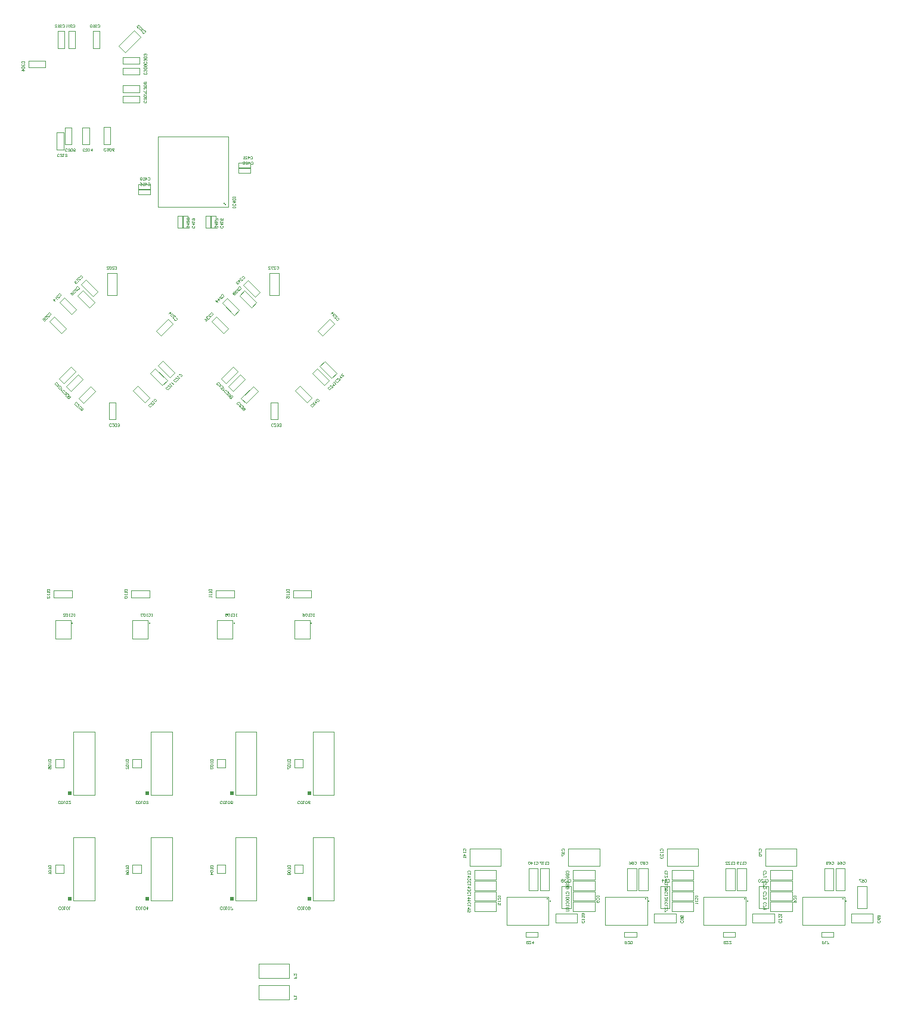
<source format=gbr>
%TF.GenerationSoftware,Altium Limited,Altium Designer,22.5.1 (42)*%
G04 Layer_Color=32896*
%FSLAX26Y26*%
%MOIN*%
%TF.SameCoordinates,3C46EB80-FEDE-48F7-A63F-DE7BBD85CC47*%
%TF.FilePolarity,Positive*%
%TF.FileFunction,Legend,Bot*%
%TF.Part,Single*%
G01*
G75*
%TA.AperFunction,NonConductor*%
%ADD88C,0.001000*%
%ADD89C,0.003937*%
%ADD90C,0.001968*%
%ADD91C,0.000984*%
%ADD92C,0.003000*%
%ADD93R,0.007874X0.007874*%
%ADD94R,0.007874X0.007874*%
%ADD95R,0.007874X0.007874*%
%ADD96R,0.007874X0.007874*%
%ADD97R,0.002953X0.002953*%
%ADD98R,0.019685X0.019685*%
%ADD99R,0.019685X0.019685*%
%ADD100R,0.019685X0.019685*%
%ADD101R,0.019685X0.019685*%
D88*
X8265748Y8088520D02*
X8332677D01*
X8265748Y8062520D02*
Y8088520D01*
Y8062520D02*
X8332677D01*
Y8088520D01*
X10423228Y3794087D02*
X10490157D01*
Y3820087D01*
X10423228D02*
X10490157D01*
X10423228Y3794087D02*
Y3820087D01*
X9872047Y3794087D02*
X9938976D01*
Y3820087D01*
X9872047D02*
X9938976D01*
X9872047Y3794087D02*
Y3820087D01*
X10974409Y3794087D02*
X11041339D01*
Y3820087D01*
X10974409D02*
X11041339D01*
X10974409Y3794087D02*
Y3820087D01*
X11525591Y3794087D02*
X11592520D01*
Y3820087D01*
X11525591D02*
X11592520D01*
X11525591Y3794087D02*
Y3820087D01*
X8332677Y8092520D02*
Y8118520D01*
X8265748Y8092520D02*
X8332677D01*
X8265748D02*
Y8118520D01*
X8332677D01*
X7770669Y7974205D02*
Y8000205D01*
X7703740Y7974205D02*
X7770669D01*
X7703740D02*
Y8000205D01*
X7770669D01*
Y7944205D02*
Y7970205D01*
X7703740Y7944205D02*
X7770669D01*
X7703740D02*
Y7970205D01*
X7770669D01*
X8138243Y7754921D02*
Y7821850D01*
X8112243D02*
X8138243D01*
X8112243Y7754921D02*
Y7821850D01*
Y7754921D02*
X8138243D01*
X8108243D02*
Y7821850D01*
X8082243D02*
X8108243D01*
X8082243Y7754921D02*
Y7821850D01*
Y7754921D02*
X8108243D01*
X7980992D02*
Y7821850D01*
X7954992D02*
X7980992D01*
X7954992Y7754921D02*
Y7821850D01*
Y7754921D02*
X7980992D01*
X7950992D02*
Y7821850D01*
X7924992D02*
X7950992D01*
X7924992Y7754921D02*
Y7821850D01*
Y7754921D02*
X7950992D01*
X7254622Y8760827D02*
X7292622D01*
X7254622D02*
Y8855315D01*
X7292622D01*
Y8760827D02*
Y8855315D01*
X7313677Y8760827D02*
X7351677D01*
X7313677D02*
Y8855315D01*
X7351677D01*
Y8760827D02*
Y8855315D01*
X7451472Y8760827D02*
X7489472D01*
X7451472D02*
Y8855315D01*
X7489472D01*
Y8760827D02*
Y8855315D01*
X7392417Y8317913D02*
X7430417D01*
Y8223425D02*
Y8317913D01*
X7392417Y8223425D02*
X7430417D01*
X7392417D02*
Y8317913D01*
X7249701Y8288386D02*
X7287701D01*
Y8193898D02*
Y8288386D01*
X7249701Y8193898D02*
X7287701D01*
X7249701D02*
Y8288386D01*
X7618110Y8612890D02*
Y8650890D01*
X7712598D01*
Y8612890D02*
Y8650890D01*
X7618110Y8612890D02*
X7712598D01*
X7617126Y8514465D02*
Y8552465D01*
X7711614D01*
Y8514465D02*
Y8552465D01*
X7617126Y8514465D02*
X7711614D01*
X7617126Y8455409D02*
Y8493409D01*
X7711614D01*
Y8455409D02*
Y8493409D01*
X7617126Y8455409D02*
X7711614D01*
X7510528Y8318898D02*
X7548528D01*
Y8224409D02*
Y8318898D01*
X7510528Y8224409D02*
X7548528D01*
X7510528D02*
Y8318898D01*
X7293992Y8317913D02*
X7331992D01*
Y8223425D02*
Y8317913D01*
X7293992Y8223425D02*
X7331992D01*
X7293992D02*
Y8317913D01*
X7186024Y8652260D02*
Y8690260D01*
X7091535Y8652260D02*
X7186024D01*
X7091535D02*
Y8690260D01*
X7186024D01*
X7618110Y8671945D02*
Y8709945D01*
X7712598D01*
Y8671945D02*
Y8709945D01*
X7618110Y8671945D02*
X7712598D01*
X8719891Y6984538D02*
X8786704Y6917725D01*
X8813574Y6944595D01*
X8746761Y7011409D02*
X8813574Y6944595D01*
X8719891Y6984538D02*
X8746761Y7011409D01*
X8202469Y7361802D02*
X8269283Y7294989D01*
X8175599Y7334932D02*
X8202469Y7361802D01*
X8175599Y7334932D02*
X8242413Y7268119D01*
X8269283Y7294989D01*
X8317627Y7464164D02*
X8384440Y7397351D01*
X8290757Y7437294D02*
X8317627Y7464164D01*
X8290757Y7437294D02*
X8357570Y7370481D01*
X8384440Y7397351D01*
X8208080Y6870776D02*
X8274893Y6937590D01*
X8208080Y6870776D02*
X8234950Y6843906D01*
X8301763Y6910720D01*
X8274893Y6937590D02*
X8301763Y6910720D01*
X8166741Y6913099D02*
X8233554Y6979913D01*
X8166741Y6913099D02*
X8193611Y6886229D01*
X8260424Y6953042D01*
X8233554Y6979913D02*
X8260424Y6953042D01*
X8678552Y6943200D02*
X8745365Y6876387D01*
X8772235Y6903257D01*
X8705422Y6970070D02*
X8772235Y6903257D01*
X8678552Y6943200D02*
X8705422Y6970070D01*
X8581111Y6845759D02*
X8647924Y6778946D01*
X8674794Y6805816D01*
X8607981Y6872629D02*
X8674794Y6805816D01*
X8581111Y6845759D02*
X8607981Y6872629D01*
X8279930Y6802863D02*
X8346743Y6869676D01*
X8279930Y6802863D02*
X8306800Y6775993D01*
X8373613Y6842806D01*
X8346743Y6869676D02*
X8373613Y6842806D01*
X7293020Y7365739D02*
X7359834Y7298926D01*
X7266150Y7338869D02*
X7293020Y7365739D01*
X7266150Y7338869D02*
X7332964Y7272056D01*
X7359834Y7298926D01*
X7675599Y6845759D02*
X7742413Y6778946D01*
X7769283Y6805816D01*
X7702469Y6872629D02*
X7769283Y6805816D01*
X7675599Y6845759D02*
X7702469Y6872629D01*
X7301583Y6869792D02*
X7368397Y6936606D01*
X7301583Y6869792D02*
X7328454Y6842922D01*
X7395267Y6909735D01*
X7368397Y6936606D02*
X7395267Y6909735D01*
X7372450Y6801879D02*
X7439263Y6868692D01*
X7372450Y6801879D02*
X7399320Y6775009D01*
X7466133Y6841822D01*
X7439263Y6868692D02*
X7466133Y6841822D01*
X7260245Y6913099D02*
X7327058Y6979913D01*
X7260245Y6913099D02*
X7287115Y6886229D01*
X7353928Y6953042D01*
X7327058Y6979913D02*
X7353928Y6953042D01*
X7773040Y6943200D02*
X7839854Y6876387D01*
X7866724Y6903257D01*
X7799910Y6970070D02*
X7866724Y6903257D01*
X7773040Y6943200D02*
X7799910Y6970070D01*
X7816347Y6986507D02*
X7883161Y6919694D01*
X7910031Y6946564D01*
X7843217Y7013377D02*
X7910031Y6946564D01*
X7816347Y6986507D02*
X7843217Y7013377D01*
X7411131Y7467117D02*
X7477944Y7400304D01*
X7384261Y7440247D02*
X7411131Y7467117D01*
X7384261Y7440247D02*
X7451074Y7373434D01*
X7477944Y7400304D01*
X8445567Y6685039D02*
Y6779528D01*
Y6685039D02*
X8483567D01*
Y6779528D01*
X8445567D02*
X8483567D01*
X8298926Y7405109D02*
X8365739Y7338296D01*
X8272056Y7378239D02*
X8298926Y7405109D01*
X8272056Y7378239D02*
X8338869Y7311426D01*
X8365739Y7338296D01*
X8735934Y7153946D02*
X8802747Y7220759D01*
X8775877Y7247629D02*
X8802747Y7220759D01*
X8709064Y7180816D02*
X8775877Y7247629D01*
X8709064Y7180816D02*
X8735934Y7153946D01*
X8141446Y7259440D02*
X8208259Y7192627D01*
X8114576Y7232570D02*
X8141446Y7259440D01*
X8114576Y7232570D02*
X8181389Y7165757D01*
X8208259Y7192627D01*
X7393414Y7405109D02*
X7460228Y7338296D01*
X7366544Y7378239D02*
X7393414Y7405109D01*
X7366544Y7378239D02*
X7433358Y7311426D01*
X7460228Y7338296D01*
X7235934Y7259440D02*
X7302747Y7192627D01*
X7209064Y7232570D02*
X7235934Y7259440D01*
X7209064Y7232570D02*
X7275877Y7165757D01*
X7302747Y7192627D01*
X7830422Y7153946D02*
X7897235Y7220759D01*
X7870365Y7247629D02*
X7897235Y7220759D01*
X7803552Y7180816D02*
X7870365Y7247629D01*
X7803552Y7180816D02*
X7830422Y7153946D01*
X7540055Y6685039D02*
Y6779528D01*
Y6685039D02*
X7578055D01*
Y6779528D01*
X7540055D02*
X7578055D01*
D89*
X8379567Y3641732D02*
X8549567D01*
Y3562992D02*
Y3641732D01*
X8379567Y3562992D02*
X8549567D01*
X8379567D02*
Y3641732D01*
Y3523622D02*
X8549567D01*
Y3444882D02*
Y3523622D01*
X8379567Y3444882D02*
X8549567D01*
X8379567D02*
Y3523622D01*
D90*
X9584646Y3936598D02*
X9706693D01*
X9584646D02*
Y3988598D01*
X9706693Y3936598D02*
Y3988598D01*
X9584646D02*
X9706693D01*
X9584646Y3995653D02*
X9706693D01*
X9584646D02*
Y4047653D01*
X9706693Y3995653D02*
Y4047653D01*
X9584646D02*
X9706693D01*
X9584646Y4054709D02*
X9706693D01*
X9584646D02*
Y4106709D01*
X9706693Y4054709D02*
Y4106709D01*
X9584646D02*
X9706693D01*
X9584646Y4113764D02*
X9706693D01*
X9584646D02*
Y4165764D01*
X9706693Y4113764D02*
Y4165764D01*
X9584646D02*
X9706693D01*
X9887386Y4053150D02*
Y4175197D01*
X9939386D01*
X9887386Y4053150D02*
X9939386D01*
Y4175197D01*
X9950378Y4053150D02*
Y4175197D01*
X10002378D01*
X9950378Y4053150D02*
X10002378D01*
Y4175197D01*
X9558732Y4287402D02*
X9732283D01*
X9558732Y4188976D02*
Y4287402D01*
Y4188976D02*
X9732283D01*
Y4287402D01*
X10135827Y3936598D02*
X10257874D01*
X10135827D02*
Y3988598D01*
X10257874Y3936598D02*
Y3988598D01*
X10135827D02*
X10257874D01*
X10135827Y4113764D02*
X10257874D01*
X10135827D02*
Y4165764D01*
X10257874Y4113764D02*
Y4165764D01*
X10135827D02*
X10257874D01*
X10135827Y4054709D02*
X10257874D01*
X10135827D02*
Y4106709D01*
X10257874Y4054709D02*
Y4106709D01*
X10135827D02*
X10257874D01*
X10135827Y3995653D02*
X10257874D01*
X10135827D02*
Y4047653D01*
X10257874Y3995653D02*
Y4047653D01*
X10135827D02*
X10257874D01*
X10438567Y4053150D02*
Y4175197D01*
X10490567D01*
X10438567Y4053150D02*
X10490567D01*
Y4175197D01*
X10588583Y3923638D02*
X10710630D01*
Y3871638D02*
Y3923638D01*
X10588583Y3871638D02*
Y3923638D01*
Y3871638D02*
X10710630D01*
X10623606Y3954724D02*
Y4076772D01*
X10675606D01*
X10623606Y3954724D02*
X10675606D01*
Y4076772D01*
X10501559Y4053150D02*
Y4175197D01*
X10553559D01*
X10501559Y4053150D02*
X10553559D01*
Y4175197D01*
X10109913Y4287402D02*
X10283465D01*
X10109913Y4188976D02*
Y4287402D01*
Y4188976D02*
X10283465D01*
Y4287402D01*
X10687008Y3995653D02*
X10809055D01*
X10687008D02*
Y4047653D01*
X10809055Y3995653D02*
Y4047653D01*
X10687008D02*
X10809055D01*
X10687008Y3936598D02*
X10809055D01*
X10687008D02*
Y3988598D01*
X10809055Y3936598D02*
Y3988598D01*
X10687008D02*
X10809055D01*
X10687008Y4113764D02*
X10809055D01*
X10687008D02*
Y4165764D01*
X10809055Y4113764D02*
Y4165764D01*
X10687008D02*
X10809055D01*
X10687008Y4054709D02*
X10809055D01*
X10687008D02*
Y4106709D01*
X10809055Y4054709D02*
Y4106709D01*
X10687008D02*
X10809055D01*
X10661094Y4287402D02*
X10834646D01*
X10661094Y4188976D02*
Y4287402D01*
Y4188976D02*
X10834646D01*
Y4287402D01*
X11052740Y4053150D02*
Y4175197D01*
X11104740D01*
X11052740Y4053150D02*
X11104740D01*
Y4175197D01*
X10989748Y4053150D02*
Y4175197D01*
X11041748D01*
X10989748Y4053150D02*
X11041748D01*
Y4175197D01*
X10072425Y3954724D02*
Y4076772D01*
X10124425D01*
X10072425Y3954724D02*
X10124425D01*
Y4076772D01*
X10037402Y3923638D02*
X10159449D01*
Y3871638D02*
Y3923638D01*
X10037402Y3871638D02*
Y3923638D01*
Y3871638D02*
X10159449D01*
X11139764Y3923638D02*
X11261811D01*
Y3871638D02*
Y3923638D01*
X11139764Y3871638D02*
Y3923638D01*
Y3871638D02*
X11261811D01*
X11174787Y3954724D02*
Y4076772D01*
X11226787D01*
X11174787Y3954724D02*
X11226787D01*
Y4076772D01*
X11540929Y4053150D02*
Y4175197D01*
X11592929D01*
X11540929Y4053150D02*
X11592929D01*
Y4175197D01*
X11238189Y3995654D02*
X11360236D01*
X11238189D02*
Y4047654D01*
X11360236Y3995654D02*
Y4047654D01*
X11238189D02*
X11360236D01*
X11238189Y3936598D02*
X11360236D01*
X11238189D02*
Y3988598D01*
X11360236Y3936598D02*
Y3988598D01*
X11238189D02*
X11360236D01*
X11603921Y4053150D02*
Y4175197D01*
X11655921D01*
X11603921Y4053150D02*
X11655921D01*
Y4175197D01*
X11238189Y4113764D02*
X11360236D01*
X11238189D02*
Y4165764D01*
X11360236Y4113764D02*
Y4165764D01*
X11238189D02*
X11360236D01*
X11238189Y4054709D02*
X11360236D01*
X11238189D02*
Y4106709D01*
X11360236Y4054709D02*
Y4106709D01*
X11238189D02*
X11360236D01*
X11212276Y4287402D02*
X11385827D01*
X11212276Y4188976D02*
Y4287402D01*
Y4188976D02*
X11385827D01*
Y4287402D01*
X11725969Y3954724D02*
Y4076772D01*
X11777969D01*
X11725969Y3954724D02*
X11777969D01*
Y4076772D01*
X11690945Y3923638D02*
X11812992D01*
Y3871638D02*
Y3923638D01*
X11690945Y3871638D02*
Y3923638D01*
Y3871638D02*
X11812992D01*
X7595945Y8774447D02*
X7682246Y8860748D01*
X7719015Y8823978D01*
X7595945Y8774447D02*
X7632715Y8737678D01*
X7719015Y8823978D01*
X8490567Y7379921D02*
Y7501968D01*
X8438567Y7379921D02*
X8490567D01*
X8438567Y7501968D02*
X8490567D01*
X8438567Y7379921D02*
Y7501968D01*
X7585055Y7379921D02*
Y7501968D01*
X7533055Y7379921D02*
X7585055D01*
X7533055Y7501968D02*
X7585055D01*
X7533055Y7379921D02*
Y7501968D01*
D91*
X10314960Y3858268D02*
X10551181D01*
X10314960Y4015749D02*
X10551181D01*
X10314960Y3858268D02*
Y4015749D01*
X10551181Y3858268D02*
Y4015749D01*
X9763778Y3858268D02*
X10000000D01*
X9763778Y4015749D02*
X10000000D01*
X9763778Y3858268D02*
Y4015749D01*
X10000000Y3858268D02*
Y4015749D01*
X10866141Y3858268D02*
X11102362D01*
X10866141Y4015749D02*
X11102362D01*
X10866141Y3858268D02*
Y4015749D01*
X11102362Y3858268D02*
Y4015749D01*
X11417322Y3858268D02*
X11653543D01*
X11417322Y4015749D02*
X11653543D01*
X11417322Y3858268D02*
Y4015749D01*
X11653543Y3858268D02*
Y4015749D01*
X7814958Y7874016D02*
Y8267719D01*
X8208661Y7874016D02*
Y8267719D01*
X7814958D02*
X8208661D01*
X7814958Y7874016D02*
X8208661D01*
X8673228Y5688976D02*
Y5728348D01*
X8570865Y5688976D02*
Y5728348D01*
X8673228D01*
X8570865Y5688976D02*
X8673228D01*
X7334646D02*
Y5728348D01*
X7232282Y5688976D02*
Y5728348D01*
X7334646D01*
X7232282Y5688976D02*
X7334646D01*
X8240157D02*
Y5728348D01*
X8137794Y5688976D02*
Y5728348D01*
X8240157D01*
X8137794Y5688976D02*
X8240157D01*
X7767717D02*
Y5728348D01*
X7665353Y5688976D02*
Y5728348D01*
X7767717D01*
X7665353Y5688976D02*
X7767717D01*
X7240156Y4787402D02*
X7287402D01*
X7240156Y4740156D02*
X7287402D01*
X7240156D02*
Y4787402D01*
X7287402Y4740156D02*
Y4787402D01*
X8145667Y4196850D02*
X8192913D01*
X8145667Y4149604D02*
X8192913D01*
X8145667D02*
Y4196850D01*
X8192913Y4149604D02*
Y4196850D01*
X8145667Y4787402D02*
X8192913D01*
X8145667Y4740156D02*
X8192913D01*
X8145667D02*
Y4787402D01*
X8192913Y4740156D02*
Y4787402D01*
X7673227D02*
X7720472D01*
X7673227Y4740156D02*
X7720472D01*
X7673227D02*
Y4787402D01*
X7720472Y4740156D02*
Y4787402D01*
X8578738Y4196850D02*
X8625984D01*
X8578738Y4149604D02*
X8625984D01*
X8578738D02*
Y4196850D01*
X8625984Y4149604D02*
Y4196850D01*
X7673227D02*
X7720472D01*
X7673227Y4149604D02*
X7720472D01*
X7673227D02*
Y4196850D01*
X7720472Y4149604D02*
Y4196850D01*
X8578738Y4787402D02*
X8625984D01*
X8578738Y4740156D02*
X8625984D01*
X8578738D02*
Y4787402D01*
X8625984Y4740156D02*
Y4787402D01*
X7240156Y4196850D02*
X7287402D01*
X7240156Y4149604D02*
X7287402D01*
X7240156D02*
Y4196850D01*
X7287402Y4149604D02*
Y4196850D01*
X8145668Y5460630D02*
X8232283D01*
X8145668Y5562992D02*
X8232283D01*
X8145668Y5460630D02*
Y5562992D01*
X8232283Y5460630D02*
Y5562992D01*
X8578739Y5460630D02*
X8665354D01*
X8578739Y5562992D02*
X8665354D01*
X8578739Y5460630D02*
Y5562992D01*
X8665354Y5460630D02*
Y5562992D01*
X7759843Y5460630D02*
Y5562992D01*
X7673227Y5460630D02*
Y5562992D01*
X7759843D01*
X7673227Y5460630D02*
X7759843D01*
X7240156D02*
X7326772D01*
X7240156Y5562992D02*
X7326772D01*
X7240156Y5460630D02*
Y5562992D01*
X7326772Y5460630D02*
Y5562992D01*
X7342519Y4940945D02*
X7460630D01*
X7342519Y4586613D02*
X7460630D01*
X7342519D02*
Y4940945D01*
X7460630Y4586613D02*
Y4940945D01*
X8248031Y4350394D02*
X8366142D01*
X8248031Y3996062D02*
X8366142D01*
X8248031D02*
Y4350394D01*
X8366142Y3996062D02*
Y4350394D01*
X8681102Y4940945D02*
X8799213D01*
X8681102Y4586613D02*
X8799213D01*
X8681102D02*
Y4940945D01*
X8799213Y4586613D02*
Y4940945D01*
X8248031D02*
X8366142D01*
X8248031Y4586613D02*
X8366142D01*
X8248031D02*
Y4940945D01*
X8366142Y4586613D02*
Y4940945D01*
X8681102Y4350394D02*
X8799213D01*
X8681102Y3996062D02*
X8799213D01*
X8681102D02*
Y4350394D01*
X8799213Y3996062D02*
Y4350394D01*
X7775590D02*
X7893701D01*
X7775590Y3996062D02*
X7893701D01*
X7775590D02*
Y4350394D01*
X7893701Y3996062D02*
Y4350394D01*
X7775590Y4940945D02*
X7893701D01*
X7775590Y4586613D02*
X7893701D01*
X7775590D02*
Y4940945D01*
X7893701Y4586613D02*
Y4940945D01*
X7342519Y4350394D02*
X7460630D01*
X7342519Y3996062D02*
X7460630D01*
X7342519D02*
Y4350394D01*
X7460630Y3996062D02*
Y4350394D01*
D92*
X8589062Y3573859D02*
Y3563862D01*
X8581565D01*
Y3568860D01*
Y3563862D01*
X8574067D01*
Y3588854D02*
Y3578857D01*
X8584064Y3588854D01*
X8586563D01*
X8589062Y3586355D01*
Y3581356D01*
X8586563Y3578857D01*
X8589062Y3455749D02*
Y3445752D01*
X8581565D01*
Y3450750D01*
Y3445752D01*
X8574067D01*
Y3460747D02*
Y3465745D01*
Y3463246D01*
X8589062D01*
X8586563Y3460747D01*
X9875012Y3770587D02*
Y3755591D01*
X9882509D01*
X9885009Y3758091D01*
Y3763089D01*
X9882509Y3765588D01*
X9875012D01*
X9880010D02*
X9885009Y3770587D01*
X9900004D02*
X9890007D01*
X9900004Y3760590D01*
Y3758091D01*
X9897505Y3755591D01*
X9892506D01*
X9890007Y3758091D01*
X9912500Y3770587D02*
Y3755591D01*
X9905002Y3763089D01*
X9914999D01*
X10977374Y3770587D02*
Y3755591D01*
X10984872D01*
X10987371Y3758091D01*
Y3763089D01*
X10984872Y3765588D01*
X10977374D01*
X10982372D02*
X10987371Y3770587D01*
X11002366D02*
X10992369D01*
X11002366Y3760590D01*
Y3758091D01*
X10999867Y3755591D01*
X10994868D01*
X10992369Y3758091D01*
X11017361Y3770587D02*
X11007364D01*
X11017361Y3760590D01*
Y3758091D01*
X11014862Y3755591D01*
X11009864D01*
X11007364Y3758091D01*
X10426193Y3770587D02*
Y3755591D01*
X10433690D01*
X10436190Y3758091D01*
Y3763089D01*
X10433690Y3765588D01*
X10426193D01*
X10431191D02*
X10436190Y3770587D01*
X10451185D02*
X10441188D01*
X10451185Y3760590D01*
Y3758091D01*
X10448685Y3755591D01*
X10443687D01*
X10441188Y3758091D01*
X10456183D02*
X10458682Y3755591D01*
X10463681D01*
X10466180Y3758091D01*
Y3768087D01*
X10463681Y3770587D01*
X10458682D01*
X10456183Y3768087D01*
Y3758091D01*
X11528555Y3770587D02*
Y3755591D01*
X11536052D01*
X11538552Y3758091D01*
Y3763089D01*
X11536052Y3765588D01*
X11528555D01*
X11533553D02*
X11538552Y3770587D01*
X11543550D02*
X11548549D01*
X11546049D01*
Y3755591D01*
X11543550Y3758091D01*
X11556046Y3755591D02*
X11566043D01*
Y3758091D01*
X11556046Y3768087D01*
Y3770587D01*
X9714394Y4024508D02*
Y4019510D01*
Y4022009D01*
X9729389D01*
Y4024508D01*
Y4019510D01*
X9716894Y4002015D02*
X9714394Y4004514D01*
Y4009513D01*
X9716894Y4012012D01*
X9726890D01*
X9729389Y4009513D01*
Y4004514D01*
X9726890Y4002015D01*
X9729389Y3997017D02*
Y3992018D01*
Y3994517D01*
X9714394D01*
X9716894Y3997017D01*
Y3984521D02*
X9714394Y3982021D01*
Y3977023D01*
X9716894Y3974524D01*
X9719393D01*
X9721892Y3977023D01*
Y3979522D01*
Y3977023D01*
X9724391Y3974524D01*
X9726890D01*
X9729389Y3977023D01*
Y3982021D01*
X9726890Y3984521D01*
X10816757Y4024508D02*
Y4019510D01*
Y4022009D01*
X10831752D01*
Y4024508D01*
Y4019510D01*
X10819256Y4002015D02*
X10816757Y4004514D01*
Y4009513D01*
X10819256Y4012012D01*
X10829253D01*
X10831752Y4009513D01*
Y4004514D01*
X10829253Y4002015D01*
X10831752Y3997017D02*
Y3992018D01*
Y3994518D01*
X10816757D01*
X10819256Y3997017D01*
X10831752Y3984521D02*
Y3979522D01*
Y3982022D01*
X10816757D01*
X10819256Y3984521D01*
X10265576Y4024508D02*
Y4019510D01*
Y4022009D01*
X10280571D01*
Y4024508D01*
Y4019510D01*
X10268075Y4002015D02*
X10265576Y4004514D01*
Y4009513D01*
X10268075Y4012012D01*
X10278072D01*
X10280571Y4009513D01*
Y4004514D01*
X10278072Y4002015D01*
Y3997017D02*
X10280571Y3994518D01*
Y3989519D01*
X10278072Y3987020D01*
X10268075D01*
X10265576Y3989519D01*
Y3994518D01*
X10268075Y3997017D01*
X10270574D01*
X10273073Y3994518D01*
Y3987020D01*
X11367938Y4024508D02*
Y4019510D01*
Y4022009D01*
X11382933D01*
Y4024508D01*
Y4019510D01*
X11370437Y4002015D02*
X11367938Y4004514D01*
Y4009513D01*
X11370437Y4012012D01*
X11380434D01*
X11382933Y4009513D01*
Y4004514D01*
X11380434Y4002015D01*
X11367938Y3987020D02*
X11370437Y3992018D01*
X11375435Y3997017D01*
X11380434D01*
X11382933Y3994518D01*
Y3989519D01*
X11380434Y3987020D01*
X11377935D01*
X11375435Y3989519D01*
Y3997017D01*
X9547673Y3976102D02*
X9545174Y3978601D01*
Y3983599D01*
X9547673Y3986098D01*
X9557670D01*
X9560169Y3983599D01*
Y3978601D01*
X9557670Y3976102D01*
X9560169Y3971103D02*
Y3966105D01*
Y3968604D01*
X9545174D01*
X9547673Y3971103D01*
X9560169Y3951110D02*
X9545174D01*
X9552672Y3958607D01*
Y3948610D01*
X9545174Y3933615D02*
Y3943612D01*
X9552672D01*
X9550172Y3938613D01*
Y3936114D01*
X9552672Y3933615D01*
X9557670D01*
X9560169Y3936114D01*
Y3941113D01*
X9557670Y3943612D01*
X9547673Y4035157D02*
X9545174Y4037656D01*
Y4042654D01*
X9547673Y4045153D01*
X9557670D01*
X9560169Y4042654D01*
Y4037656D01*
X9557670Y4035157D01*
X9560169Y4030158D02*
Y4025160D01*
Y4027659D01*
X9545174D01*
X9547673Y4030158D01*
X9560169Y4010165D02*
X9545174D01*
X9552672Y4017662D01*
Y4007666D01*
X9560169Y3995169D02*
X9545174D01*
X9552672Y4002667D01*
Y3992670D01*
X9547673Y4094212D02*
X9545174Y4096711D01*
Y4101709D01*
X9547673Y4104209D01*
X9557670D01*
X9560169Y4101709D01*
Y4096711D01*
X9557670Y4094212D01*
X9560169Y4089213D02*
Y4084215D01*
Y4086714D01*
X9545174D01*
X9547673Y4089213D01*
X9560169Y4069220D02*
X9545174D01*
X9552672Y4076718D01*
Y4066721D01*
X9547673Y4061722D02*
X9545174Y4059223D01*
Y4054225D01*
X9547673Y4051726D01*
X9550172D01*
X9552672Y4054225D01*
Y4056724D01*
Y4054225D01*
X9555171Y4051726D01*
X9557670D01*
X9560169Y4054225D01*
Y4059223D01*
X9557670Y4061722D01*
X9547673Y4153267D02*
X9545174Y4155766D01*
Y4160765D01*
X9547673Y4163264D01*
X9557670D01*
X9560169Y4160765D01*
Y4155766D01*
X9557670Y4153267D01*
X9560169Y4148269D02*
Y4143270D01*
Y4145769D01*
X9545174D01*
X9547673Y4148269D01*
X9560169Y4128275D02*
X9545174D01*
X9552672Y4135773D01*
Y4125776D01*
X9560169Y4110780D02*
Y4120777D01*
X9550172Y4110780D01*
X9547673D01*
X9545174Y4113280D01*
Y4118278D01*
X9547673Y4120777D01*
X9522673Y4275692D02*
X9520174Y4278191D01*
Y4283190D01*
X9522673Y4285689D01*
X9532670D01*
X9535169Y4283190D01*
Y4278191D01*
X9532670Y4275692D01*
X9535169Y4270694D02*
Y4265695D01*
Y4268194D01*
X9520174D01*
X9522673Y4270694D01*
X9535169Y4250700D02*
X9520174D01*
X9527672Y4258198D01*
Y4248201D01*
X9535169Y4243203D02*
Y4238204D01*
Y4240703D01*
X9520174D01*
X9522673Y4243203D01*
X9926889Y4212169D02*
X9929388Y4214668D01*
X9934387D01*
X9936886Y4212169D01*
Y4202172D01*
X9934387Y4199673D01*
X9929388D01*
X9926889Y4202172D01*
X9921891Y4199673D02*
X9916892D01*
X9919391D01*
Y4214668D01*
X9921891Y4212169D01*
X9901897Y4199673D02*
Y4214668D01*
X9909395Y4207171D01*
X9899398D01*
X9894399Y4212169D02*
X9891900Y4214668D01*
X9886902D01*
X9884403Y4212169D01*
Y4202172D01*
X9886902Y4199673D01*
X9891900D01*
X9894399Y4202172D01*
Y4212169D01*
X10196421Y3884135D02*
X10198920Y3881635D01*
Y3876637D01*
X10196421Y3874138D01*
X10186424D01*
X10183925Y3876637D01*
Y3881635D01*
X10186424Y3884135D01*
X10183925Y3889133D02*
Y3894131D01*
Y3891632D01*
X10198920D01*
X10196421Y3889133D01*
Y3901629D02*
X10198920Y3904128D01*
Y3909127D01*
X10196421Y3911626D01*
X10193922D01*
X10191423Y3909127D01*
Y3906627D01*
Y3909127D01*
X10188924Y3911626D01*
X10186424D01*
X10183925Y3909127D01*
Y3904128D01*
X10186424Y3901629D01*
Y3916624D02*
X10183925Y3919123D01*
Y3924122D01*
X10186424Y3926621D01*
X10196421D01*
X10198920Y3924122D01*
Y3919123D01*
X10196421Y3916624D01*
X10193922D01*
X10191423Y3919123D01*
Y3926621D01*
X10111928Y4113744D02*
X10114428Y4116243D01*
X10119426D01*
X10121925Y4113744D01*
Y4103747D01*
X10119426Y4101248D01*
X10114428D01*
X10111928Y4103747D01*
X10106930Y4101248D02*
X10101932D01*
X10104431D01*
Y4116243D01*
X10106930Y4113744D01*
X10094434D02*
X10091935Y4116243D01*
X10086936D01*
X10084437Y4113744D01*
Y4111245D01*
X10086936Y4108746D01*
X10089436D01*
X10086936D01*
X10084437Y4106246D01*
Y4103747D01*
X10086936Y4101248D01*
X10091935D01*
X10094434Y4103747D01*
X10079439Y4113744D02*
X10076940Y4116243D01*
X10071941D01*
X10069442Y4113744D01*
Y4111245D01*
X10071941Y4108746D01*
X10069442Y4106246D01*
Y4103747D01*
X10071941Y4101248D01*
X10076940D01*
X10079439Y4103747D01*
Y4106246D01*
X10076940Y4108746D01*
X10079439Y4111245D01*
Y4113744D01*
X10076940Y4108746D02*
X10071941D01*
X9989881Y4212169D02*
X9992380Y4214668D01*
X9997379D01*
X9999878Y4212169D01*
Y4202172D01*
X9997379Y4199673D01*
X9992380D01*
X9989881Y4202172D01*
X9984883Y4199673D02*
X9979884D01*
X9982384D01*
Y4214668D01*
X9984883Y4212169D01*
X9972387D02*
X9969888Y4214668D01*
X9964889D01*
X9962390Y4212169D01*
Y4209670D01*
X9964889Y4207171D01*
X9967388D01*
X9964889D01*
X9962390Y4204672D01*
Y4202172D01*
X9964889Y4199673D01*
X9969888D01*
X9972387Y4202172D01*
X9957392Y4214668D02*
X9947395D01*
Y4212169D01*
X9957392Y4202172D01*
Y4199673D01*
X10650035Y3976102D02*
X10647536Y3978601D01*
Y3983599D01*
X10650035Y3986098D01*
X10660032D01*
X10662531Y3983599D01*
Y3978601D01*
X10660032Y3976102D01*
X10662531Y3971103D02*
Y3966105D01*
Y3968604D01*
X10647536D01*
X10650035Y3971103D01*
X10662531Y3948610D02*
Y3958607D01*
X10652535Y3948610D01*
X10650035D01*
X10647536Y3951110D01*
Y3956108D01*
X10650035Y3958607D01*
X10647536Y3943612D02*
Y3933615D01*
X10650035D01*
X10660032Y3943612D01*
X10662531D01*
X10650035Y4035157D02*
X10647536Y4037656D01*
Y4042654D01*
X10650035Y4045153D01*
X10660032D01*
X10662531Y4042654D01*
Y4037656D01*
X10660032Y4035157D01*
X10662531Y4030158D02*
Y4025160D01*
Y4027659D01*
X10647536D01*
X10650035Y4030158D01*
X10662531Y4007666D02*
Y4017662D01*
X10652534Y4007666D01*
X10650035D01*
X10647536Y4010165D01*
Y4015163D01*
X10650035Y4017662D01*
X10647536Y3992670D02*
X10650035Y3997669D01*
X10655034Y4002667D01*
X10660032D01*
X10662531Y4000168D01*
Y3995169D01*
X10660032Y3992670D01*
X10657533D01*
X10655034Y3995169D01*
Y4002667D01*
X10650035Y4094212D02*
X10647536Y4096711D01*
Y4101709D01*
X10650035Y4104209D01*
X10660032D01*
X10662531Y4101709D01*
Y4096711D01*
X10660032Y4094212D01*
X10662531Y4089213D02*
Y4084215D01*
Y4086714D01*
X10647536D01*
X10650035Y4089213D01*
X10662531Y4066721D02*
Y4076718D01*
X10652534Y4066721D01*
X10650035D01*
X10647536Y4069220D01*
Y4074218D01*
X10650035Y4076718D01*
X10647536Y4051726D02*
Y4061722D01*
X10655034D01*
X10652534Y4056724D01*
Y4054225D01*
X10655034Y4051726D01*
X10660032D01*
X10662531Y4054225D01*
Y4059223D01*
X10660032Y4061722D01*
X10650035Y4153267D02*
X10647536Y4155766D01*
Y4160765D01*
X10650035Y4163264D01*
X10660032D01*
X10662531Y4160765D01*
Y4155766D01*
X10660032Y4153267D01*
X10662531Y4148269D02*
Y4143270D01*
Y4145769D01*
X10647536D01*
X10650035Y4148269D01*
X10662531Y4125776D02*
Y4135773D01*
X10652535Y4125776D01*
X10650035D01*
X10647536Y4128275D01*
Y4133273D01*
X10650035Y4135773D01*
X10662531Y4113280D02*
X10647536D01*
X10655034Y4120777D01*
Y4110780D01*
X10625035Y4275692D02*
X10622536Y4278191D01*
Y4283190D01*
X10625035Y4285689D01*
X10635032D01*
X10637531Y4283190D01*
Y4278191D01*
X10635032Y4275692D01*
X10637531Y4270694D02*
Y4265695D01*
Y4268194D01*
X10622536D01*
X10625035Y4270694D01*
X10637531Y4248201D02*
Y4258198D01*
X10627535Y4248201D01*
X10625035D01*
X10622536Y4250700D01*
Y4255699D01*
X10625035Y4258198D01*
Y4243203D02*
X10622536Y4240703D01*
Y4235705D01*
X10625035Y4233206D01*
X10627535D01*
X10630034Y4235705D01*
Y4238204D01*
Y4235705D01*
X10632533Y4233206D01*
X10635032D01*
X10637531Y4235705D01*
Y4240703D01*
X10635032Y4243203D01*
X11029251Y4212169D02*
X11031750Y4214668D01*
X11036749D01*
X11039248Y4212169D01*
Y4202172D01*
X11036749Y4199673D01*
X11031750D01*
X11029251Y4202172D01*
X11024253Y4199673D02*
X11019254D01*
X11021754D01*
Y4214668D01*
X11024253Y4212169D01*
X11001760Y4199673D02*
X11011757D01*
X11001760Y4209670D01*
Y4212169D01*
X11004259Y4214668D01*
X11009258D01*
X11011757Y4212169D01*
X10986765Y4199673D02*
X10996762D01*
X10986765Y4209670D01*
Y4212169D01*
X10989264Y4214668D01*
X10994262D01*
X10996762Y4212169D01*
X11298783Y3884135D02*
X11301283Y3881635D01*
Y3876637D01*
X11298783Y3874138D01*
X11288787D01*
X11286287Y3876637D01*
Y3881635D01*
X11288787Y3884135D01*
X11286287Y3889133D02*
Y3894131D01*
Y3891632D01*
X11301283D01*
X11298783Y3889133D01*
X11286287Y3911626D02*
Y3901629D01*
X11296284Y3911626D01*
X11298783D01*
X11301283Y3909126D01*
Y3904128D01*
X11298783Y3901629D01*
X11286287Y3916624D02*
Y3921622D01*
Y3919123D01*
X11301283D01*
X11298783Y3916624D01*
X11214291Y4113744D02*
X11216790Y4116243D01*
X11221788D01*
X11224287Y4113744D01*
Y4103747D01*
X11221788Y4101248D01*
X11216790D01*
X11214291Y4103747D01*
X11209292Y4101248D02*
X11204294D01*
X11206793D01*
Y4116243D01*
X11209292Y4113744D01*
X11186799Y4101248D02*
X11196796D01*
X11186799Y4111245D01*
Y4113744D01*
X11189299Y4116243D01*
X11194297D01*
X11196796Y4113744D01*
X11181801D02*
X11179302Y4116243D01*
X11174303D01*
X11171804Y4113744D01*
Y4103747D01*
X11174303Y4101248D01*
X11179302D01*
X11181801Y4103747D01*
Y4113744D01*
X11092243Y4212169D02*
X11094743Y4214668D01*
X11099741D01*
X11102240Y4212169D01*
Y4202172D01*
X11099741Y4199673D01*
X11094743D01*
X11092243Y4202172D01*
X11087245Y4199673D02*
X11082247D01*
X11084746D01*
Y4214668D01*
X11087245Y4212169D01*
X11074749Y4199673D02*
X11069751D01*
X11072250D01*
Y4214668D01*
X11074749Y4212169D01*
X11062253Y4202172D02*
X11059754Y4199673D01*
X11054755D01*
X11052256Y4202172D01*
Y4212169D01*
X11054755Y4214668D01*
X11059754D01*
X11062253Y4212169D01*
Y4209670D01*
X11059754Y4207171D01*
X11052256D01*
X10098854Y3976102D02*
X10096355Y3978601D01*
Y3983599D01*
X10098854Y3986098D01*
X10108851D01*
X10111350Y3983599D01*
Y3978601D01*
X10108851Y3976102D01*
X10111350Y3971103D02*
Y3966105D01*
Y3968604D01*
X10096355D01*
X10098854Y3971103D01*
Y3958607D02*
X10096355Y3956108D01*
Y3951110D01*
X10098854Y3948610D01*
X10108851D01*
X10111350Y3951110D01*
Y3956108D01*
X10108851Y3958607D01*
X10098854D01*
X10111350Y3943612D02*
Y3938614D01*
Y3941113D01*
X10096355D01*
X10098854Y3943612D01*
X10098854Y4035157D02*
X10096355Y4037656D01*
Y4042654D01*
X10098854Y4045154D01*
X10108851D01*
X10111350Y4042654D01*
Y4037656D01*
X10108851Y4035157D01*
X10111350Y4030158D02*
Y4025160D01*
Y4027659D01*
X10096355D01*
X10098854Y4030158D01*
Y4017662D02*
X10096355Y4015163D01*
Y4010165D01*
X10098854Y4007666D01*
X10108851D01*
X10111350Y4010165D01*
Y4015163D01*
X10108851Y4017662D01*
X10098854D01*
Y4002667D02*
X10096355Y4000168D01*
Y3995170D01*
X10098854Y3992670D01*
X10108851D01*
X10111350Y3995170D01*
Y4000168D01*
X10108851Y4002667D01*
X10098854D01*
Y4094212D02*
X10096355Y4096711D01*
Y4101710D01*
X10098854Y4104209D01*
X10108851D01*
X10111350Y4101710D01*
Y4096711D01*
X10108851Y4094212D01*
Y4089214D02*
X10111350Y4086714D01*
Y4081716D01*
X10108851Y4079217D01*
X10098854D01*
X10096355Y4081716D01*
Y4086714D01*
X10098854Y4089214D01*
X10101353D01*
X10103853Y4086714D01*
Y4079217D01*
X10108851Y4074218D02*
X10111350Y4071719D01*
Y4066721D01*
X10108851Y4064222D01*
X10098854D01*
X10096355Y4066721D01*
Y4071719D01*
X10098854Y4074218D01*
X10101353D01*
X10103853Y4071719D01*
Y4064222D01*
X10098854Y4153267D02*
X10096355Y4155766D01*
Y4160765D01*
X10098854Y4163264D01*
X10108851D01*
X10111350Y4160765D01*
Y4155766D01*
X10108851Y4153267D01*
Y4148269D02*
X10111350Y4145769D01*
Y4140771D01*
X10108851Y4138272D01*
X10098854D01*
X10096355Y4140771D01*
Y4145769D01*
X10098854Y4148269D01*
X10101354D01*
X10103853Y4145769D01*
Y4138272D01*
X10098854Y4133273D02*
X10096355Y4130774D01*
Y4125776D01*
X10098854Y4123277D01*
X10101354D01*
X10103853Y4125776D01*
X10106352Y4123277D01*
X10108851D01*
X10111350Y4125776D01*
Y4130774D01*
X10108851Y4133273D01*
X10106352D01*
X10103853Y4130774D01*
X10101354Y4133273D01*
X10098854D01*
X10103853Y4130774D02*
Y4125776D01*
X10073854Y4275692D02*
X10071355Y4278191D01*
Y4283190D01*
X10073854Y4285689D01*
X10083851D01*
X10086350Y4283190D01*
Y4278191D01*
X10083851Y4275692D01*
Y4270694D02*
X10086350Y4268195D01*
Y4263196D01*
X10083851Y4260697D01*
X10073854D01*
X10071355Y4263196D01*
Y4268195D01*
X10073854Y4270694D01*
X10076354D01*
X10078853Y4268195D01*
Y4260697D01*
X10071355Y4255699D02*
Y4245702D01*
X10073854D01*
X10083851Y4255699D01*
X10086350D01*
X10478070Y4212169D02*
X10480569Y4214668D01*
X10485568D01*
X10488067Y4212169D01*
Y4202172D01*
X10485568Y4199673D01*
X10480569D01*
X10478070Y4202172D01*
X10473072D02*
X10470573Y4199673D01*
X10465574D01*
X10463075Y4202172D01*
Y4212169D01*
X10465574Y4214668D01*
X10470573D01*
X10473072Y4212169D01*
Y4209670D01*
X10470573Y4207171D01*
X10463075D01*
X10448080Y4214668D02*
X10453078Y4212169D01*
X10458076Y4207171D01*
Y4202172D01*
X10455577Y4199673D01*
X10450579D01*
X10448080Y4202172D01*
Y4204672D01*
X10450579Y4207171D01*
X10458076D01*
X10747602Y3884135D02*
X10750102Y3881635D01*
Y3876637D01*
X10747602Y3874138D01*
X10737606D01*
X10735106Y3876637D01*
Y3881635D01*
X10737606Y3884135D01*
Y3889133D02*
X10735106Y3891632D01*
Y3896631D01*
X10737606Y3899130D01*
X10747602D01*
X10750102Y3896631D01*
Y3891632D01*
X10747602Y3889133D01*
X10745103D01*
X10742604Y3891632D01*
Y3899130D01*
X10750102Y3914125D02*
Y3904128D01*
X10742604D01*
X10745103Y3909126D01*
Y3911626D01*
X10742604Y3914125D01*
X10737606D01*
X10735106Y3911626D01*
Y3906627D01*
X10737606Y3904128D01*
X10663110Y4113744D02*
X10665609Y4116243D01*
X10670607D01*
X10673106Y4113744D01*
Y4103747D01*
X10670607Y4101248D01*
X10665609D01*
X10663110Y4103747D01*
X10658111D02*
X10655612Y4101248D01*
X10650613D01*
X10648114Y4103747D01*
Y4113744D01*
X10650613Y4116243D01*
X10655612D01*
X10658111Y4113744D01*
Y4111245D01*
X10655612Y4108746D01*
X10648114D01*
X10635618Y4101248D02*
Y4116243D01*
X10643116Y4108746D01*
X10633119D01*
X10541062Y4212169D02*
X10543561Y4214668D01*
X10548560D01*
X10551059Y4212169D01*
Y4202172D01*
X10548560Y4199673D01*
X10543561D01*
X10541062Y4202172D01*
X10536064D02*
X10533565Y4199673D01*
X10528566D01*
X10526067Y4202172D01*
Y4212169D01*
X10528566Y4214668D01*
X10533565D01*
X10536064Y4212169D01*
Y4209670D01*
X10533565Y4207171D01*
X10526067D01*
X10521069Y4212169D02*
X10518569Y4214668D01*
X10513571D01*
X10511072Y4212169D01*
Y4209670D01*
X10513571Y4207171D01*
X10516070D01*
X10513571D01*
X10511072Y4204672D01*
Y4202172D01*
X10513571Y4199673D01*
X10518569D01*
X10521069Y4202172D01*
X11201217Y3976102D02*
X11198717Y3978601D01*
Y3983599D01*
X11201217Y3986098D01*
X11211213D01*
X11213713Y3983599D01*
Y3978601D01*
X11211213Y3976102D01*
X11198717Y3971103D02*
Y3961106D01*
X11201217D01*
X11211213Y3971103D01*
X11213713D01*
Y3948610D02*
X11198717D01*
X11206215Y3956108D01*
Y3946111D01*
X11201217Y4035157D02*
X11198717Y4037656D01*
Y4042654D01*
X11201217Y4045154D01*
X11211213D01*
X11213713Y4042654D01*
Y4037656D01*
X11211213Y4035157D01*
X11198717Y4030158D02*
Y4020162D01*
X11201217D01*
X11211213Y4030158D01*
X11213713D01*
X11201217Y4015163D02*
X11198717Y4012664D01*
Y4007666D01*
X11201217Y4005166D01*
X11203716D01*
X11206215Y4007666D01*
Y4010165D01*
Y4007666D01*
X11208714Y4005166D01*
X11211213D01*
X11213713Y4007666D01*
Y4012664D01*
X11211213Y4015163D01*
X11201217Y4094212D02*
X11198717Y4096711D01*
Y4101710D01*
X11201217Y4104209D01*
X11211213D01*
X11213712Y4101710D01*
Y4096711D01*
X11211213Y4094212D01*
X11198717Y4089214D02*
Y4079217D01*
X11201217D01*
X11211213Y4089214D01*
X11213712D01*
Y4064222D02*
Y4074218D01*
X11203716Y4064222D01*
X11201217D01*
X11198717Y4066721D01*
Y4071719D01*
X11201217Y4074218D01*
X11201217Y4153267D02*
X11198717Y4155766D01*
Y4160765D01*
X11201217Y4163264D01*
X11211213D01*
X11213713Y4160765D01*
Y4155766D01*
X11211213Y4153267D01*
X11198717Y4148269D02*
Y4138272D01*
X11201217D01*
X11211213Y4148269D01*
X11213713D01*
Y4133273D02*
Y4128275D01*
Y4130774D01*
X11198717D01*
X11201217Y4133273D01*
X11176217Y4275692D02*
X11173717Y4278191D01*
Y4283190D01*
X11176217Y4285689D01*
X11186213D01*
X11188713Y4283190D01*
Y4278191D01*
X11186213Y4275692D01*
X11173717Y4270694D02*
Y4260697D01*
X11176217D01*
X11186213Y4270694D01*
X11188713D01*
X11176217Y4255699D02*
X11173717Y4253199D01*
Y4248201D01*
X11176217Y4245702D01*
X11186213D01*
X11188713Y4248201D01*
Y4253199D01*
X11186213Y4255699D01*
X11176217D01*
X11580432Y4212169D02*
X11582932Y4214668D01*
X11587930D01*
X11590429Y4212169D01*
Y4202172D01*
X11587930Y4199673D01*
X11582932D01*
X11580432Y4202172D01*
X11565437Y4214668D02*
X11570436Y4212169D01*
X11575434Y4207171D01*
Y4202172D01*
X11572935Y4199673D01*
X11567936D01*
X11565437Y4202172D01*
Y4204672D01*
X11567936Y4207171D01*
X11575434D01*
X11560439Y4202172D02*
X11557940Y4199673D01*
X11552941D01*
X11550442Y4202172D01*
Y4212169D01*
X11552941Y4214668D01*
X11557940D01*
X11560439Y4212169D01*
Y4209670D01*
X11557940Y4207171D01*
X11550442D01*
X11849965Y3884135D02*
X11852464Y3881635D01*
Y3876637D01*
X11849965Y3874138D01*
X11839968D01*
X11837469Y3876637D01*
Y3881635D01*
X11839968Y3884135D01*
X11852464Y3899130D02*
X11849965Y3894131D01*
X11844966Y3889133D01*
X11839968D01*
X11837469Y3891632D01*
Y3896631D01*
X11839968Y3899130D01*
X11842467D01*
X11844966Y3896631D01*
Y3889133D01*
X11849965Y3904128D02*
X11852464Y3906627D01*
Y3911626D01*
X11849965Y3914125D01*
X11847465D01*
X11844966Y3911626D01*
X11842467Y3914125D01*
X11839968D01*
X11837469Y3911626D01*
Y3906627D01*
X11839968Y3904128D01*
X11842467D01*
X11844966Y3906627D01*
X11847465Y3904128D01*
X11849965D01*
X11844966Y3906627D02*
Y3911626D01*
X11765472Y4113744D02*
X11767971Y4116243D01*
X11772969D01*
X11775469Y4113744D01*
Y4103747D01*
X11772969Y4101248D01*
X11767971D01*
X11765472Y4103747D01*
X11750477Y4116243D02*
X11755475Y4113744D01*
X11760473Y4108746D01*
Y4103747D01*
X11757974Y4101248D01*
X11752976D01*
X11750477Y4103747D01*
Y4106246D01*
X11752976Y4108746D01*
X11760473D01*
X11745478Y4116243D02*
X11735481D01*
Y4113744D01*
X11745478Y4103747D01*
Y4101248D01*
X11643424Y4212169D02*
X11645924Y4214668D01*
X11650922D01*
X11653421Y4212169D01*
Y4202172D01*
X11650922Y4199673D01*
X11645924D01*
X11643424Y4202172D01*
X11628429Y4214668D02*
X11633428Y4212169D01*
X11638426Y4207171D01*
Y4202172D01*
X11635927Y4199673D01*
X11630928D01*
X11628429Y4202172D01*
Y4204672D01*
X11630928Y4207171D01*
X11638426D01*
X11613434Y4214668D02*
X11618433Y4212169D01*
X11623431Y4207171D01*
Y4202172D01*
X11620932Y4199673D01*
X11615933D01*
X11613434Y4202172D01*
Y4204672D01*
X11615933Y4207171D01*
X11623431D01*
X8334711Y8124516D02*
X8337210Y8127015D01*
X8342209D01*
X8344708Y8124516D01*
Y8114519D01*
X8342209Y8112020D01*
X8337210D01*
X8334711Y8114519D01*
X8322215Y8112020D02*
Y8127015D01*
X8329713Y8119517D01*
X8319716D01*
X8304721Y8112020D02*
X8314717D01*
X8304721Y8122016D01*
Y8124516D01*
X8307220Y8127015D01*
X8312218D01*
X8314717Y8124516D01*
X8289725Y8112020D02*
X8299722D01*
X8289725Y8122016D01*
Y8124516D01*
X8292225Y8127015D01*
X8297223D01*
X8299722Y8124516D01*
X8332212Y8154516D02*
X8334711Y8157015D01*
X8339709D01*
X8342209Y8154516D01*
Y8144519D01*
X8339709Y8142020D01*
X8334711D01*
X8332212Y8144519D01*
X8319716Y8142020D02*
Y8157015D01*
X8327213Y8149517D01*
X8317217D01*
X8302221Y8142020D02*
X8312218D01*
X8302221Y8152016D01*
Y8154516D01*
X8304721Y8157015D01*
X8309719D01*
X8312218Y8154516D01*
X8297223Y8142020D02*
X8292225D01*
X8294724D01*
Y8157015D01*
X8297223Y8154516D01*
X7757708Y8036201D02*
X7760207Y8038700D01*
X7765206D01*
X7767705Y8036201D01*
Y8026204D01*
X7765206Y8023705D01*
X7760207D01*
X7757708Y8026204D01*
X7745212Y8023705D02*
Y8038700D01*
X7752709Y8031202D01*
X7742713D01*
X7737714Y8023705D02*
X7732716D01*
X7735215D01*
Y8038700D01*
X7737714Y8036201D01*
X7725218D02*
X7722719Y8038700D01*
X7717721D01*
X7715221Y8036201D01*
Y8033702D01*
X7717721Y8031202D01*
X7715221Y8028703D01*
Y8026204D01*
X7717721Y8023705D01*
X7722719D01*
X7725218Y8026204D01*
Y8028703D01*
X7722719Y8031202D01*
X7725218Y8033702D01*
Y8036201D01*
X7722719Y8031202D02*
X7717721D01*
X7757708Y8006201D02*
X7760207Y8008700D01*
X7765206D01*
X7767705Y8006201D01*
Y7996204D01*
X7765206Y7993705D01*
X7760207D01*
X7757708Y7996204D01*
X7745212Y7993705D02*
Y8008700D01*
X7752709Y8001202D01*
X7742713D01*
X7737714Y7993705D02*
X7732716D01*
X7735215D01*
Y8008700D01*
X7737714Y8006201D01*
X7715221Y8008700D02*
X7720220Y8006201D01*
X7725218Y8001202D01*
Y7996204D01*
X7722719Y7993705D01*
X7717721D01*
X7715221Y7996204D01*
Y7998703D01*
X7717721Y8001202D01*
X7725218D01*
X7986988Y7767882D02*
X7989487Y7765383D01*
Y7760385D01*
X7986988Y7757886D01*
X7976991D01*
X7974492Y7760385D01*
Y7765383D01*
X7976991Y7767882D01*
X7974492Y7780378D02*
X7989487D01*
X7981990Y7772881D01*
Y7782878D01*
X7974492Y7797873D02*
Y7787876D01*
X7984489Y7797873D01*
X7986988D01*
X7989487Y7795374D01*
Y7790375D01*
X7986988Y7787876D01*
Y7802871D02*
X7989487Y7805370D01*
Y7810369D01*
X7986988Y7812868D01*
X7976991D01*
X7974492Y7810369D01*
Y7805370D01*
X7976991Y7802871D01*
X7986988D01*
X8016988Y7767882D02*
X8019487Y7765383D01*
Y7760385D01*
X8016988Y7757886D01*
X8006991D01*
X8004492Y7760385D01*
Y7765383D01*
X8006991Y7767882D01*
X8004492Y7780378D02*
X8019487D01*
X8011990Y7772881D01*
Y7782878D01*
X8004492Y7787876D02*
Y7792874D01*
Y7790375D01*
X8019487D01*
X8016988Y7787876D01*
X8006991Y7800372D02*
X8004492Y7802871D01*
Y7807870D01*
X8006991Y7810369D01*
X8016988D01*
X8019487Y7807870D01*
Y7802871D01*
X8016988Y7800372D01*
X8014489D01*
X8011990Y7802871D01*
Y7810369D01*
X8144239Y7767883D02*
X8146738Y7765383D01*
Y7760385D01*
X8144239Y7757886D01*
X8134242D01*
X8131743Y7760385D01*
Y7765383D01*
X8134242Y7767883D01*
X8131743Y7780379D02*
X8146738D01*
X8139241Y7772881D01*
Y7782878D01*
X8131743Y7787876D02*
Y7792875D01*
Y7790375D01*
X8146738D01*
X8144239Y7787876D01*
X8146738Y7800372D02*
Y7810369D01*
X8144239D01*
X8134242Y7800372D01*
X8131743D01*
X8174239Y7767883D02*
X8176738Y7765383D01*
Y7760385D01*
X8174239Y7757886D01*
X8164242D01*
X8161743Y7760385D01*
Y7765383D01*
X8164242Y7767883D01*
X8161743Y7780379D02*
X8176738D01*
X8169241Y7772881D01*
Y7782878D01*
X8161743Y7787876D02*
Y7792875D01*
Y7790375D01*
X8176738D01*
X8174239Y7787876D01*
X8176738Y7810369D02*
Y7800372D01*
X8169241D01*
X8171740Y7805371D01*
Y7807870D01*
X8169241Y7810369D01*
X8164242D01*
X8161743Y7807870D01*
Y7802871D01*
X8164242Y7800372D01*
X7404914Y8187673D02*
X7402415Y8185174D01*
X7397416D01*
X7394917Y8187673D01*
Y8197670D01*
X7397416Y8200169D01*
X7402415D01*
X7404914Y8197670D01*
X7409912Y8187673D02*
X7412412Y8185174D01*
X7417410D01*
X7419909Y8187673D01*
Y8190172D01*
X7417410Y8192672D01*
X7414911D01*
X7417410D01*
X7419909Y8195171D01*
Y8197670D01*
X7417410Y8200169D01*
X7412412D01*
X7409912Y8197670D01*
X7424908Y8200169D02*
X7429906D01*
X7427407D01*
Y8185174D01*
X7424908Y8187673D01*
X7444901Y8200169D02*
Y8185174D01*
X7437404Y8192672D01*
X7447400D01*
X7262198Y8158145D02*
X7259698Y8155646D01*
X7254700D01*
X7252201Y8158145D01*
Y8168142D01*
X7254700Y8170641D01*
X7259698D01*
X7262198Y8168142D01*
X7267196Y8158145D02*
X7269695Y8155646D01*
X7274694D01*
X7277193Y8158145D01*
Y8160645D01*
X7274694Y8163144D01*
X7272194D01*
X7274694D01*
X7277193Y8165643D01*
Y8168142D01*
X7274694Y8170641D01*
X7269695D01*
X7267196Y8168142D01*
X7282191Y8170641D02*
X7287190D01*
X7284690D01*
Y8155646D01*
X7282191Y8158145D01*
X7294687D02*
X7297186Y8155646D01*
X7302185D01*
X7304684Y8158145D01*
Y8160645D01*
X7302185Y8163144D01*
X7299686D01*
X7302185D01*
X7304684Y8165643D01*
Y8168142D01*
X7302185Y8170641D01*
X7297186D01*
X7294687Y8168142D01*
X7280125Y8891067D02*
X7282624Y8893566D01*
X7287623D01*
X7290122Y8891067D01*
Y8881070D01*
X7287623Y8878571D01*
X7282624D01*
X7280125Y8881070D01*
X7275127Y8891067D02*
X7272628Y8893566D01*
X7267629D01*
X7265130Y8891067D01*
Y8888568D01*
X7267629Y8886068D01*
X7270128D01*
X7267629D01*
X7265130Y8883569D01*
Y8881070D01*
X7267629Y8878571D01*
X7272628D01*
X7275127Y8881070D01*
X7260132Y8878571D02*
X7255133D01*
X7257632D01*
Y8893566D01*
X7260132Y8891067D01*
X7237639Y8878571D02*
X7247636D01*
X7237639Y8888568D01*
Y8891067D01*
X7240138Y8893566D01*
X7245136D01*
X7247636Y8891067D01*
X7339180D02*
X7341680Y8893566D01*
X7346678D01*
X7349177Y8891067D01*
Y8881070D01*
X7346678Y8878571D01*
X7341680D01*
X7339180Y8881070D01*
X7334182Y8891067D02*
X7331683Y8893566D01*
X7326684D01*
X7324185Y8891067D01*
Y8888568D01*
X7326684Y8886068D01*
X7329184D01*
X7326684D01*
X7324185Y8883569D01*
Y8881070D01*
X7326684Y8878571D01*
X7331683D01*
X7334182Y8881070D01*
X7319187Y8878571D02*
X7314188D01*
X7316688D01*
Y8893566D01*
X7319187Y8891067D01*
X7306691Y8878571D02*
X7301692D01*
X7304192D01*
Y8893566D01*
X7306691Y8891067D01*
X7476976D02*
X7479475Y8893566D01*
X7484473D01*
X7486972Y8891067D01*
Y8881070D01*
X7484473Y8878571D01*
X7479475D01*
X7476976Y8881070D01*
X7471977Y8891067D02*
X7469478Y8893566D01*
X7464480D01*
X7461980Y8891067D01*
Y8888568D01*
X7464480Y8886068D01*
X7466979D01*
X7464480D01*
X7461980Y8883569D01*
Y8881070D01*
X7464480Y8878571D01*
X7469478D01*
X7471977Y8881070D01*
X7456982Y8878571D02*
X7451984D01*
X7454483D01*
Y8893566D01*
X7456982Y8891067D01*
X7444486D02*
X7441987Y8893566D01*
X7436988D01*
X7434489Y8891067D01*
Y8881070D01*
X7436988Y8878571D01*
X7441987D01*
X7444486Y8881070D01*
Y8891067D01*
X7748350Y8625387D02*
X7750850Y8622887D01*
Y8617889D01*
X7748350Y8615390D01*
X7738354D01*
X7735854Y8617889D01*
Y8622887D01*
X7738354Y8625387D01*
X7748350Y8630385D02*
X7750850Y8632884D01*
Y8637882D01*
X7748350Y8640382D01*
X7745851D01*
X7743352Y8637882D01*
Y8635383D01*
Y8637882D01*
X7740853Y8640382D01*
X7738354D01*
X7735854Y8637882D01*
Y8632884D01*
X7738354Y8630385D01*
X7748350Y8645380D02*
X7750850Y8647879D01*
Y8652878D01*
X7748350Y8655377D01*
X7738354D01*
X7735854Y8652878D01*
Y8647879D01*
X7738354Y8645380D01*
X7748350D01*
X7738354Y8660375D02*
X7735854Y8662874D01*
Y8667873D01*
X7738354Y8670372D01*
X7748350D01*
X7750850Y8667873D01*
Y8662874D01*
X7748350Y8660375D01*
X7745851D01*
X7743352Y8662874D01*
Y8670372D01*
X7747366Y8526961D02*
X7749865Y8524462D01*
Y8519464D01*
X7747366Y8516965D01*
X7737369D01*
X7734870Y8519464D01*
Y8524462D01*
X7737369Y8526961D01*
X7747366Y8531960D02*
X7749865Y8534459D01*
Y8539457D01*
X7747366Y8541957D01*
X7744867D01*
X7742368Y8539457D01*
Y8536958D01*
Y8539457D01*
X7739869Y8541957D01*
X7737369D01*
X7734870Y8539457D01*
Y8534459D01*
X7737369Y8531960D01*
X7747366Y8546955D02*
X7749865Y8549454D01*
Y8554452D01*
X7747366Y8556952D01*
X7737369D01*
X7734870Y8554452D01*
Y8549454D01*
X7737369Y8546955D01*
X7747366D01*
Y8561950D02*
X7749865Y8564449D01*
Y8569448D01*
X7747366Y8571947D01*
X7744867D01*
X7742368Y8569448D01*
X7739869Y8571947D01*
X7737369D01*
X7734870Y8569448D01*
Y8564449D01*
X7737369Y8561950D01*
X7739869D01*
X7742368Y8564449D01*
X7744867Y8561950D01*
X7747366D01*
X7742368Y8564449D02*
Y8569448D01*
X7747366Y8467906D02*
X7749865Y8465407D01*
Y8460408D01*
X7747366Y8457909D01*
X7737369D01*
X7734870Y8460408D01*
Y8465407D01*
X7737369Y8467906D01*
X7747366Y8472905D02*
X7749865Y8475404D01*
Y8480402D01*
X7747366Y8482901D01*
X7744867D01*
X7742368Y8480402D01*
Y8477903D01*
Y8480402D01*
X7739869Y8482901D01*
X7737369D01*
X7734870Y8480402D01*
Y8475404D01*
X7737369Y8472905D01*
X7747366Y8487900D02*
X7749865Y8490399D01*
Y8495397D01*
X7747366Y8497897D01*
X7737369D01*
X7734870Y8495397D01*
Y8490399D01*
X7737369Y8487900D01*
X7747366D01*
X7749865Y8502895D02*
Y8512892D01*
X7747366D01*
X7737369Y8502895D01*
X7734870D01*
X7523024Y8188657D02*
X7520525Y8186158D01*
X7515527D01*
X7513028Y8188657D01*
Y8198654D01*
X7515527Y8201153D01*
X7520525D01*
X7523024Y8198654D01*
X7528023Y8188657D02*
X7530522Y8186158D01*
X7535520D01*
X7538020Y8188657D01*
Y8191157D01*
X7535520Y8193656D01*
X7533021D01*
X7535520D01*
X7538020Y8196155D01*
Y8198654D01*
X7535520Y8201153D01*
X7530522D01*
X7528023Y8198654D01*
X7543018Y8188657D02*
X7545517Y8186158D01*
X7550516D01*
X7553015Y8188657D01*
Y8198654D01*
X7550516Y8201153D01*
X7545517D01*
X7543018Y8198654D01*
Y8188657D01*
X7568010Y8186158D02*
X7563012Y8188657D01*
X7558013Y8193656D01*
Y8198654D01*
X7560512Y8201153D01*
X7565511D01*
X7568010Y8198654D01*
Y8196155D01*
X7565511Y8193656D01*
X7558013D01*
X7306489Y8187673D02*
X7303989Y8185174D01*
X7298991D01*
X7296492Y8187673D01*
Y8197670D01*
X7298991Y8200169D01*
X7303989D01*
X7306489Y8197670D01*
X7311487Y8187673D02*
X7313986Y8185174D01*
X7318985D01*
X7321484Y8187673D01*
Y8190172D01*
X7318985Y8192672D01*
X7316485D01*
X7318985D01*
X7321484Y8195171D01*
Y8197670D01*
X7318985Y8200169D01*
X7313986D01*
X7311487Y8197670D01*
X7326482Y8187673D02*
X7328981Y8185174D01*
X7333980D01*
X7336479Y8187673D01*
Y8197670D01*
X7333980Y8200169D01*
X7328981D01*
X7326482Y8197670D01*
Y8187673D01*
X7351474Y8185174D02*
X7341477D01*
Y8192672D01*
X7346476Y8190172D01*
X7348975D01*
X7351474Y8192672D01*
Y8197670D01*
X7348975Y8200169D01*
X7343977D01*
X7341477Y8197670D01*
X7055783Y8677763D02*
X7053284Y8680262D01*
Y8685261D01*
X7055783Y8687760D01*
X7065780D01*
X7068279Y8685261D01*
Y8680262D01*
X7065780Y8677763D01*
X7055783Y8672764D02*
X7053284Y8670265D01*
Y8665267D01*
X7055783Y8662768D01*
X7058283D01*
X7060782Y8665267D01*
Y8667766D01*
Y8665267D01*
X7063281Y8662768D01*
X7065780D01*
X7068279Y8665267D01*
Y8670265D01*
X7065780Y8672764D01*
X7055783Y8657769D02*
X7053284Y8655270D01*
Y8650272D01*
X7055783Y8647772D01*
X7065780D01*
X7068279Y8650272D01*
Y8655270D01*
X7065780Y8657769D01*
X7055783D01*
X7068279Y8635276D02*
X7053284D01*
X7060782Y8642774D01*
Y8632777D01*
X7748350Y8684442D02*
X7750850Y8681942D01*
Y8676944D01*
X7748350Y8674445D01*
X7738354D01*
X7735854Y8676944D01*
Y8681942D01*
X7738354Y8684442D01*
X7748350Y8689440D02*
X7750850Y8691939D01*
Y8696938D01*
X7748350Y8699437D01*
X7745851D01*
X7743352Y8696938D01*
Y8694438D01*
Y8696938D01*
X7740853Y8699437D01*
X7738354D01*
X7735854Y8696938D01*
Y8691939D01*
X7738354Y8689440D01*
X7748350Y8704435D02*
X7750850Y8706934D01*
Y8711933D01*
X7748350Y8714432D01*
X7738354D01*
X7735854Y8711933D01*
Y8706934D01*
X7738354Y8704435D01*
X7748350D01*
Y8719430D02*
X7750850Y8721930D01*
Y8726928D01*
X7748350Y8729427D01*
X7745851D01*
X7743352Y8726928D01*
Y8724429D01*
Y8726928D01*
X7740853Y8729427D01*
X7738354D01*
X7735854Y8726928D01*
Y8721930D01*
X7738354Y8719430D01*
X7736322Y8858958D02*
X7739856D01*
X7743391Y8855424D01*
Y8851889D01*
X7736322Y8844820D01*
X7732788D01*
X7729253Y8848355D01*
Y8851889D01*
X7732788Y8862492D02*
Y8866027D01*
X7729253Y8869561D01*
X7725719D01*
X7723952Y8867794D01*
Y8864260D01*
X7725719Y8862492D01*
X7723952Y8864260D01*
X7720417D01*
X7718650Y8862492D01*
Y8858958D01*
X7722185Y8855424D01*
X7725719D01*
X7722185Y8873095D02*
Y8876630D01*
X7718650Y8880164D01*
X7715116D01*
X7708047Y8873095D01*
Y8869561D01*
X7711581Y8866027D01*
X7715116D01*
X7722185Y8873095D01*
X7695676Y8881932D02*
X7702745Y8874863D01*
Y8889000D01*
X7704512Y8890767D01*
X7708047D01*
X7711581Y8887233D01*
Y8883699D01*
X8168352Y7378246D02*
Y7381780D01*
X8171887Y7385315D01*
X8175421D01*
X8182490Y7378246D01*
Y7374712D01*
X8178956Y7371177D01*
X8175421D01*
X8166585Y7358807D02*
X8173654Y7365876D01*
X8159516D01*
X8157749Y7367643D01*
Y7371177D01*
X8161283Y7374712D01*
X8164818D01*
X8157749Y7349971D02*
X8147146Y7360574D01*
X8157749D01*
X8150680Y7353505D01*
X8147146Y7339368D02*
X8136543Y7349971D01*
X8147146D01*
X8140077Y7342902D01*
X8283510Y7480608D02*
Y7484143D01*
X8287044Y7487677D01*
X8290579D01*
X8297647Y7480608D01*
Y7477074D01*
X8294113Y7473540D01*
X8290579D01*
X8281743Y7461169D02*
X8288811Y7468238D01*
X8274674D01*
X8272907Y7470005D01*
Y7473540D01*
X8276441Y7477074D01*
X8279975D01*
X8272907Y7452333D02*
X8262303Y7462936D01*
X8272907D01*
X8265838Y7455868D01*
X8258769D02*
X8255235D01*
X8251700Y7452333D01*
Y7448799D01*
X8253467Y7447032D01*
X8257002D01*
X8258769Y7448799D01*
X8257002Y7447032D01*
Y7443497D01*
X8258769Y7441730D01*
X8262303D01*
X8265838Y7445264D01*
Y7448799D01*
X8820821Y6901281D02*
Y6897747D01*
X8817287Y6894213D01*
X8813752D01*
X8806683Y6901281D01*
Y6904816D01*
X8810218Y6908350D01*
X8813752D01*
X8822588Y6920721D02*
X8815519Y6913652D01*
X8829657D01*
X8831424Y6911885D01*
Y6908350D01*
X8827890Y6904816D01*
X8824355D01*
X8831424Y6929557D02*
X8842027Y6918953D01*
X8831424D01*
X8838493Y6926022D01*
X8843794Y6941927D02*
X8836726Y6934858D01*
X8850863D01*
X8852630Y6933091D01*
Y6929557D01*
X8849096Y6926022D01*
X8845562D01*
X8779482Y6859943D02*
Y6856408D01*
X8775948Y6852874D01*
X8772413D01*
X8765345Y6859943D01*
Y6863477D01*
X8768879Y6867011D01*
X8772413D01*
X8781249Y6879382D02*
X8774181Y6872313D01*
X8788318D01*
X8790085Y6870546D01*
Y6867011D01*
X8786551Y6863477D01*
X8783017D01*
X8790085Y6888218D02*
X8800689Y6877614D01*
X8790085D01*
X8797154Y6884683D01*
X8795387Y6893519D02*
X8798921Y6897054D01*
X8797154Y6895287D01*
X8807757Y6884683D01*
X8804223D01*
X8682041Y6762502D02*
Y6758967D01*
X8678507Y6755433D01*
X8674972D01*
X8667904Y6762502D01*
Y6766036D01*
X8671438Y6769570D01*
X8674972D01*
X8683808Y6781941D02*
X8676740Y6774872D01*
X8690877D01*
X8692645Y6773105D01*
Y6769570D01*
X8689110Y6766036D01*
X8685576D01*
X8692645Y6790777D02*
X8703248Y6780174D01*
X8692645D01*
X8699713Y6787242D01*
X8706782D02*
X8710317D01*
X8713851Y6790777D01*
Y6794311D01*
X8706782Y6801380D01*
X8703248D01*
X8699713Y6797846D01*
Y6794311D01*
X8706782Y6787242D01*
X8263486Y6768746D02*
X8259952D01*
X8256417Y6772280D01*
Y6775815D01*
X8263486Y6782883D01*
X8267021D01*
X8270555Y6779349D01*
Y6775815D01*
X8282925Y6766979D02*
X8275856Y6774047D01*
Y6759910D01*
X8274089Y6758143D01*
X8270555D01*
X8267021Y6761677D01*
Y6765211D01*
X8277624Y6754608D02*
Y6751074D01*
X8281158Y6747539D01*
X8284692D01*
X8286460Y6749307D01*
Y6752841D01*
X8284692Y6754608D01*
X8286460Y6752841D01*
X8289994D01*
X8291761Y6754608D01*
Y6758143D01*
X8288227Y6761677D01*
X8284692D01*
X8295296Y6751074D02*
X8298830D01*
X8302364Y6747539D01*
Y6744005D01*
X8295296Y6736936D01*
X8291761D01*
X8288227Y6740471D01*
Y6744005D01*
X8289994Y6745772D01*
X8293529D01*
X8298830Y6740471D01*
X8191636Y6836659D02*
X8188101D01*
X8184567Y6840194D01*
Y6843728D01*
X8191636Y6850797D01*
X8195170D01*
X8198704Y6847263D01*
Y6843728D01*
X8211075Y6834892D02*
X8204006Y6841961D01*
Y6827824D01*
X8202239Y6826056D01*
X8198704D01*
X8195170Y6829591D01*
Y6833125D01*
X8205773Y6822522D02*
Y6818988D01*
X8209308Y6815453D01*
X8212842D01*
X8214609Y6817220D01*
Y6820755D01*
X8212842Y6822522D01*
X8214609Y6820755D01*
X8218144D01*
X8219911Y6822522D01*
Y6826056D01*
X8216376Y6829591D01*
X8212842D01*
X8216376Y6811919D02*
Y6808384D01*
X8219911Y6804850D01*
X8223445D01*
X8225212Y6806617D01*
Y6810151D01*
X8228747D01*
X8230514Y6811919D01*
Y6815453D01*
X8226980Y6818988D01*
X8223445D01*
X8221678Y6817220D01*
Y6813686D01*
X8218144D01*
X8216376Y6811919D01*
X8221678Y6813686D02*
X8225212Y6810151D01*
X8150297Y6878982D02*
X8146763D01*
X8143228Y6882516D01*
Y6886051D01*
X8150297Y6893120D01*
X8153832D01*
X8157366Y6889585D01*
Y6886051D01*
X8169736Y6877215D02*
X8162667Y6884284D01*
Y6870146D01*
X8160900Y6868379D01*
X8157366D01*
X8153832Y6871913D01*
Y6875448D01*
X8164435Y6864845D02*
Y6861310D01*
X8167969Y6857776D01*
X8171503D01*
X8173271Y6859543D01*
Y6863077D01*
X8171503Y6864845D01*
X8173271Y6863077D01*
X8176805D01*
X8178572Y6864845D01*
Y6868379D01*
X8175038Y6871913D01*
X8171503D01*
X8173271Y6852474D02*
X8180340Y6845405D01*
X8182107Y6847172D01*
Y6861310D01*
X8183874Y6863077D01*
X8107329Y7275884D02*
Y7279418D01*
X8110863Y7282953D01*
X8114397D01*
X8121466Y7275884D01*
Y7272350D01*
X8117932Y7268815D01*
X8114397D01*
X8105561Y7256445D02*
X8112630Y7263514D01*
X8098493D01*
X8096725Y7265281D01*
Y7268815D01*
X8100260Y7272350D01*
X8103794D01*
X8093191Y7261746D02*
X8089657D01*
X8086122Y7258212D01*
Y7254677D01*
X8087889Y7252910D01*
X8091424D01*
X8093191Y7254677D01*
X8091424Y7252910D01*
Y7249376D01*
X8093191Y7247609D01*
X8096725D01*
X8100260Y7251143D01*
Y7254677D01*
X8073752Y7245842D02*
X8079053Y7247609D01*
X8086122D01*
X8089657Y7244074D01*
Y7240540D01*
X8086122Y7237006D01*
X8082588D01*
X8080821Y7238773D01*
Y7242307D01*
X8086122Y7247609D01*
X8264809Y7421553D02*
Y7425088D01*
X8268343Y7428622D01*
X8271878D01*
X8278947Y7421553D01*
Y7418019D01*
X8275412Y7414484D01*
X8271878D01*
X8263042Y7402114D02*
X8270111Y7409183D01*
X8255973D01*
X8254206Y7410950D01*
Y7414484D01*
X8257740Y7418019D01*
X8261275D01*
X8250671Y7407416D02*
X8247137D01*
X8243603Y7403881D01*
Y7400347D01*
X8245370Y7398580D01*
X8248904D01*
X8250671Y7400347D01*
X8248904Y7398580D01*
Y7395045D01*
X8250671Y7393278D01*
X8254206D01*
X8257740Y7396812D01*
Y7400347D01*
X8231232Y7391511D02*
X8238301Y7398580D01*
X8243603Y7393278D01*
X8238301Y7391511D01*
X8236534Y7389744D01*
Y7386209D01*
X8240068Y7382675D01*
X8243603D01*
X8247137Y7386209D01*
Y7389744D01*
X8819191Y7254876D02*
X8822725D01*
X8826260Y7251342D01*
Y7247807D01*
X8819191Y7240738D01*
X8815657D01*
X8812122Y7244273D01*
Y7247807D01*
X8799752Y7256643D02*
X8806821Y7249574D01*
Y7263712D01*
X8808588Y7265479D01*
X8812122D01*
X8815657Y7261945D01*
Y7258410D01*
X8805053Y7269014D02*
Y7272548D01*
X8801519Y7276082D01*
X8797985D01*
X8796217Y7274315D01*
Y7270781D01*
X8797985Y7269014D01*
X8796217Y7270781D01*
X8792683D01*
X8790916Y7269014D01*
Y7265479D01*
X8794450Y7261945D01*
X8797985D01*
X8780313Y7276082D02*
X8790916Y7286685D01*
Y7276082D01*
X8783847Y7283151D01*
X8458064Y6649287D02*
X8455564Y6646788D01*
X8450566D01*
X8448067Y6649287D01*
Y6659284D01*
X8450566Y6661783D01*
X8455564D01*
X8458064Y6659284D01*
X8473059Y6661783D02*
X8463062D01*
X8473059Y6651787D01*
Y6649287D01*
X8470559Y6646788D01*
X8465561D01*
X8463062Y6649287D01*
X8478057D02*
X8480556Y6646788D01*
X8485555D01*
X8488054Y6649287D01*
Y6651787D01*
X8485555Y6654286D01*
X8483056D01*
X8485555D01*
X8488054Y6656785D01*
Y6659284D01*
X8485555Y6661783D01*
X8480556D01*
X8478057Y6659284D01*
X8493052Y6649287D02*
X8495551Y6646788D01*
X8500550D01*
X8503049Y6649287D01*
Y6651787D01*
X8500550Y6654286D01*
X8498051D01*
X8500550D01*
X8503049Y6656785D01*
Y6659284D01*
X8500550Y6661783D01*
X8495551D01*
X8493052Y6659284D01*
X8478070Y7538941D02*
X8480569Y7541440D01*
X8485568D01*
X8488067Y7538941D01*
Y7528944D01*
X8485568Y7526445D01*
X8480569D01*
X8478070Y7528944D01*
X8463075Y7526445D02*
X8473072D01*
X8463075Y7536442D01*
Y7538941D01*
X8465574Y7541440D01*
X8470573D01*
X8473072Y7538941D01*
X8458076D02*
X8455577Y7541440D01*
X8450579D01*
X8448080Y7538941D01*
Y7536442D01*
X8450579Y7533943D01*
X8453078D01*
X8450579D01*
X8448080Y7531443D01*
Y7528944D01*
X8450579Y7526445D01*
X8455577D01*
X8458076Y7528944D01*
X8433085Y7526445D02*
X8443081D01*
X8433085Y7536442D01*
Y7538941D01*
X8435584Y7541440D01*
X8440582D01*
X8443081Y7538941D01*
X7258904Y7382183D02*
Y7385717D01*
X7262438Y7389252D01*
X7265972D01*
X7273041Y7382183D01*
Y7378649D01*
X7269507Y7375114D01*
X7265972D01*
X7257136Y7362744D02*
X7264205Y7369813D01*
X7250068D01*
X7248300Y7371580D01*
Y7375114D01*
X7251835Y7378649D01*
X7255369D01*
X7253602Y7359209D02*
X7250068Y7355675D01*
X7251835Y7357442D01*
X7241231Y7368046D01*
X7244766D01*
X7239464Y7345072D02*
X7228861Y7355675D01*
X7239464D01*
X7232395Y7348606D01*
X7377014Y7483561D02*
Y7487096D01*
X7380548Y7490630D01*
X7384083D01*
X7391151Y7483561D01*
Y7480027D01*
X7387617Y7476492D01*
X7384083D01*
X7375247Y7464122D02*
X7382315Y7471191D01*
X7368178D01*
X7366410Y7472958D01*
Y7476492D01*
X7369945Y7480027D01*
X7373479D01*
X7371712Y7460587D02*
X7368178Y7457053D01*
X7369945Y7458820D01*
X7359342Y7469423D01*
X7362876D01*
X7354040Y7460587D02*
X7350506D01*
X7346971Y7457053D01*
Y7453519D01*
X7348739Y7451752D01*
X7352273D01*
X7354040Y7453519D01*
X7352273Y7451752D01*
Y7448217D01*
X7354040Y7446450D01*
X7357574D01*
X7361109Y7449984D01*
Y7453519D01*
X7917278Y6903250D02*
Y6899716D01*
X7913743Y6896181D01*
X7910209D01*
X7903140Y6903250D01*
Y6906784D01*
X7906674Y6910319D01*
X7910209D01*
X7919045Y6922689D02*
X7911976Y6915620D01*
X7926114D01*
X7927881Y6913853D01*
Y6910319D01*
X7924346Y6906784D01*
X7920812D01*
X7922579Y6926224D02*
X7926114Y6929758D01*
X7924346Y6927991D01*
X7934950Y6917387D01*
X7931415D01*
X7938484Y6942128D02*
X7931415Y6935060D01*
X7945553D01*
X7947320Y6933292D01*
Y6929758D01*
X7943786Y6926224D01*
X7940251D01*
X7873970Y6859943D02*
Y6856408D01*
X7870436Y6852874D01*
X7866901D01*
X7859833Y6859943D01*
Y6863477D01*
X7863367Y6867011D01*
X7866901D01*
X7875738Y6879382D02*
X7868669Y6872313D01*
X7882806D01*
X7884574Y6870546D01*
Y6867011D01*
X7881039Y6863477D01*
X7877505D01*
X7879272Y6882916D02*
X7882806Y6886451D01*
X7881039Y6884684D01*
X7891642Y6874080D01*
X7888108D01*
Y6891752D02*
X7891642Y6895287D01*
X7889875Y6893520D01*
X7900478Y6882916D01*
X7896944D01*
X7776529Y6762502D02*
Y6758967D01*
X7772995Y6755433D01*
X7769461D01*
X7762392Y6762502D01*
Y6766036D01*
X7765926Y6769571D01*
X7769461D01*
X7778297Y6781941D02*
X7771228Y6774872D01*
X7785365D01*
X7787133Y6773105D01*
Y6769571D01*
X7783598Y6766036D01*
X7780064D01*
X7781831Y6785475D02*
X7785365Y6789010D01*
X7783598Y6787243D01*
X7794202Y6776640D01*
X7790667D01*
X7799503Y6785475D02*
X7803038D01*
X7806572Y6789010D01*
Y6792544D01*
X7799503Y6799613D01*
X7795969D01*
X7792434Y6796079D01*
Y6792544D01*
X7799503Y6785475D01*
X7356006Y6767762D02*
X7352471D01*
X7348937Y6771296D01*
Y6774831D01*
X7356006Y6781900D01*
X7359540D01*
X7363074Y6778365D01*
Y6774831D01*
X7375445Y6765995D02*
X7368376Y6773064D01*
Y6758926D01*
X7366609Y6757159D01*
X7363074D01*
X7359540Y6760693D01*
Y6764227D01*
X7370143Y6753624D02*
Y6750090D01*
X7373678Y6746556D01*
X7377212D01*
X7384281Y6753624D01*
Y6757159D01*
X7380746Y6760693D01*
X7377212D01*
X7370143Y6753624D01*
X7387815Y6750090D02*
X7391350D01*
X7394884Y6746556D01*
Y6743021D01*
X7387815Y6735952D01*
X7384281D01*
X7380746Y6739487D01*
Y6743021D01*
X7382514Y6744788D01*
X7386048D01*
X7391350Y6739487D01*
X7285140Y6835675D02*
X7281605D01*
X7278071Y6839210D01*
Y6842744D01*
X7285140Y6849813D01*
X7288674D01*
X7292208Y6846278D01*
Y6842744D01*
X7304579Y6833908D02*
X7297510Y6840977D01*
Y6826839D01*
X7295743Y6825072D01*
X7292208D01*
X7288674Y6828606D01*
Y6832141D01*
X7299277Y6821538D02*
Y6818003D01*
X7302812Y6814469D01*
X7306346D01*
X7313415Y6821538D01*
Y6825072D01*
X7309881Y6828606D01*
X7306346D01*
X7299277Y6821538D01*
X7309881Y6810934D02*
Y6807400D01*
X7313415Y6803866D01*
X7316949D01*
X7318717Y6805633D01*
Y6809167D01*
X7322251D01*
X7324018Y6810934D01*
Y6814469D01*
X7320484Y6818003D01*
X7316949D01*
X7315182Y6816236D01*
Y6812702D01*
X7311648D01*
X7309881Y6810934D01*
X7315182Y6812702D02*
X7318717Y6809167D01*
X7243801Y6878982D02*
X7240266D01*
X7236732Y6882517D01*
Y6886051D01*
X7243801Y6893120D01*
X7247335D01*
X7250870Y6889585D01*
Y6886051D01*
X7263240Y6877215D02*
X7256171Y6884284D01*
Y6870146D01*
X7254404Y6868379D01*
X7250870D01*
X7247335Y6871913D01*
Y6875448D01*
X7257938Y6864845D02*
Y6861310D01*
X7261473Y6857776D01*
X7265007D01*
X7272076Y6864845D01*
Y6868379D01*
X7268542Y6871913D01*
X7265007D01*
X7257938Y6864845D01*
X7266774Y6852474D02*
X7273843Y6845405D01*
X7275610Y6847173D01*
Y6861310D01*
X7277378Y6863077D01*
X7359297Y7421553D02*
Y7425088D01*
X7362832Y7428622D01*
X7366366D01*
X7373435Y7421553D01*
Y7418019D01*
X7369900Y7414484D01*
X7366366D01*
X7357530Y7402114D02*
X7364599Y7409183D01*
X7350461D01*
X7348694Y7410950D01*
Y7414484D01*
X7352228Y7418019D01*
X7355763D01*
X7345160Y7407416D02*
X7341625D01*
X7338091Y7403881D01*
Y7400347D01*
X7345160Y7393278D01*
X7348694D01*
X7352228Y7396812D01*
Y7400347D01*
X7345160Y7407416D01*
X7325720Y7391511D02*
X7331022Y7393278D01*
X7338091D01*
X7341625Y7389744D01*
Y7386209D01*
X7338091Y7382675D01*
X7334556D01*
X7332789Y7384442D01*
Y7387976D01*
X7338091Y7393278D01*
X7201817Y7275884D02*
Y7279418D01*
X7205351Y7282953D01*
X7208886D01*
X7215954Y7275884D01*
Y7272350D01*
X7212420Y7268815D01*
X7208886D01*
X7200050Y7256445D02*
X7207118Y7263514D01*
X7192981D01*
X7191214Y7265281D01*
Y7268815D01*
X7194748Y7272350D01*
X7198282D01*
X7187679Y7261746D02*
X7184145D01*
X7180610Y7258212D01*
Y7254677D01*
X7187679Y7247609D01*
X7191214D01*
X7194748Y7251143D01*
Y7254677D01*
X7187679Y7261746D01*
X7168240Y7245842D02*
X7175309Y7252910D01*
X7180610Y7247609D01*
X7175309Y7245842D01*
X7173542Y7244074D01*
Y7240540D01*
X7177076Y7237006D01*
X7180610D01*
X7184145Y7240540D01*
Y7244074D01*
X7913679Y7254876D02*
X7917214D01*
X7920748Y7251342D01*
Y7247807D01*
X7913679Y7240738D01*
X7910145D01*
X7906610Y7244273D01*
Y7247807D01*
X7894240Y7256643D02*
X7901309Y7249574D01*
Y7263712D01*
X7903076Y7265479D01*
X7906610D01*
X7910145Y7261945D01*
Y7258410D01*
X7899542Y7269014D02*
Y7272548D01*
X7896007Y7276082D01*
X7892473D01*
X7885404Y7269014D01*
Y7265479D01*
X7888938Y7261945D01*
X7892473D01*
X7899542Y7269014D01*
X7874801Y7276082D02*
X7885404Y7286685D01*
Y7276082D01*
X7878335Y7283151D01*
X7552552Y6649287D02*
X7550052Y6646788D01*
X7545054D01*
X7542555Y6649287D01*
Y6659284D01*
X7545054Y6661783D01*
X7550052D01*
X7552552Y6659284D01*
X7567547Y6661783D02*
X7557550D01*
X7567547Y6651787D01*
Y6649287D01*
X7565048Y6646788D01*
X7560049D01*
X7557550Y6649287D01*
X7572545D02*
X7575044Y6646788D01*
X7580043D01*
X7582542Y6649287D01*
Y6659284D01*
X7580043Y6661783D01*
X7575044D01*
X7572545Y6659284D01*
Y6649287D01*
X7587541D02*
X7590040Y6646788D01*
X7595038D01*
X7597537Y6649287D01*
Y6651787D01*
X7595038Y6654286D01*
X7592539D01*
X7595038D01*
X7597537Y6656785D01*
Y6659284D01*
X7595038Y6661783D01*
X7590040D01*
X7587541Y6659284D01*
X7572558Y7538941D02*
X7575057Y7541440D01*
X7580056D01*
X7582555Y7538941D01*
Y7528944D01*
X7580056Y7526445D01*
X7575057D01*
X7572558Y7528944D01*
X7557563Y7526445D02*
X7567560D01*
X7557563Y7536442D01*
Y7538941D01*
X7560062Y7541440D01*
X7565061D01*
X7567560Y7538941D01*
X7552565D02*
X7550065Y7541440D01*
X7545067D01*
X7542568Y7538941D01*
Y7528944D01*
X7545067Y7526445D01*
X7550065D01*
X7552565Y7528944D01*
Y7538941D01*
X7527573Y7526445D02*
X7537569D01*
X7527573Y7536442D01*
Y7538941D01*
X7530072Y7541440D01*
X7535070D01*
X7537569Y7538941D01*
X8532552Y5738161D02*
X8547547D01*
Y5730664D01*
X8545048Y5728164D01*
X8535051D01*
X8532552Y5730664D01*
Y5738161D01*
X8547547Y5723166D02*
Y5718168D01*
Y5720667D01*
X8532552D01*
X8535051Y5723166D01*
X8547547Y5710670D02*
Y5705672D01*
Y5708171D01*
X8532552D01*
X8535051Y5710670D01*
X8532552Y5688177D02*
Y5698174D01*
X8540050D01*
X8537550Y5693176D01*
Y5690676D01*
X8540050Y5688177D01*
X8545048D01*
X8547547Y5690676D01*
Y5695675D01*
X8545048Y5698174D01*
X7193969Y5738161D02*
X7208965D01*
Y5730664D01*
X7206465Y5728165D01*
X7196469D01*
X7193969Y5730664D01*
Y5738161D01*
X7208965Y5723166D02*
Y5718168D01*
Y5720667D01*
X7193969D01*
X7196469Y5723166D01*
X7208965Y5710670D02*
Y5705672D01*
Y5708171D01*
X7193969D01*
X7196469Y5710670D01*
Y5698174D02*
X7193969Y5695675D01*
Y5690677D01*
X7196469Y5688177D01*
X7198968D01*
X7201467Y5690677D01*
Y5693176D01*
Y5690677D01*
X7203966Y5688177D01*
X7206465D01*
X7208965Y5690677D01*
Y5695675D01*
X7206465Y5698174D01*
X8099481Y5738161D02*
X8114476D01*
Y5730664D01*
X8111977Y5728165D01*
X8101980D01*
X8099481Y5730664D01*
Y5738161D01*
X8114476Y5723166D02*
Y5718168D01*
Y5720667D01*
X8099481D01*
X8101980Y5723166D01*
X8114476Y5710670D02*
Y5705672D01*
Y5708171D01*
X8099481D01*
X8101980Y5710670D01*
X8114476Y5698174D02*
Y5693176D01*
Y5695675D01*
X8099481D01*
X8101980Y5698174D01*
X7627040Y5738161D02*
X7642035D01*
Y5730664D01*
X7639536Y5728164D01*
X7629539D01*
X7627040Y5730664D01*
Y5738161D01*
X7642035Y5723166D02*
Y5718168D01*
Y5720667D01*
X7627040D01*
X7629539Y5723166D01*
X7642035Y5710670D02*
Y5705672D01*
Y5708171D01*
X7627040D01*
X7629539Y5710670D01*
Y5698174D02*
X7627040Y5695675D01*
Y5690676D01*
X7629539Y5688177D01*
X7639536D01*
X7642035Y5690676D01*
Y5695675D01*
X7639536Y5698174D01*
X7629539D01*
X8539867Y4194728D02*
X8554862D01*
Y4187231D01*
X8552363Y4184732D01*
X8542366D01*
X8539867Y4187231D01*
Y4194728D01*
X8554862Y4179733D02*
Y4174735D01*
Y4177234D01*
X8539867D01*
X8542366Y4179733D01*
Y4167237D02*
X8539867Y4164738D01*
Y4159740D01*
X8542366Y4157240D01*
X8552363D01*
X8554862Y4159740D01*
Y4164738D01*
X8552363Y4167237D01*
X8542366D01*
Y4152242D02*
X8539867Y4149743D01*
Y4144744D01*
X8542366Y4142245D01*
X8544865D01*
X8547364Y4144744D01*
X8549864Y4142245D01*
X8552363D01*
X8554862Y4144744D01*
Y4149743D01*
X8552363Y4152242D01*
X8549864D01*
X8547364Y4149743D01*
X8544865Y4152242D01*
X8542366D01*
X8547364Y4149743D02*
Y4144744D01*
X8539867Y4785280D02*
X8554862D01*
Y4777782D01*
X8552363Y4775283D01*
X8542366D01*
X8539867Y4777782D01*
Y4785280D01*
X8554862Y4770284D02*
Y4765286D01*
Y4767785D01*
X8539867D01*
X8542366Y4770284D01*
Y4757788D02*
X8539867Y4755289D01*
Y4750291D01*
X8542366Y4747792D01*
X8552363D01*
X8554862Y4750291D01*
Y4755289D01*
X8552363Y4757788D01*
X8542366D01*
X8539867Y4742793D02*
Y4732796D01*
X8542366D01*
X8552363Y4742793D01*
X8554862D01*
X7634355Y4194728D02*
X7649350D01*
Y4187231D01*
X7646851Y4184732D01*
X7636854D01*
X7634355Y4187231D01*
Y4194728D01*
X7649350Y4179733D02*
Y4174735D01*
Y4177234D01*
X7634355D01*
X7636854Y4179733D01*
Y4167237D02*
X7634355Y4164738D01*
Y4159740D01*
X7636854Y4157240D01*
X7646851D01*
X7649350Y4159740D01*
Y4164738D01*
X7646851Y4167237D01*
X7636854D01*
X7634355Y4142245D02*
X7636854Y4147244D01*
X7641853Y4152242D01*
X7646851D01*
X7649350Y4149743D01*
Y4144744D01*
X7646851Y4142245D01*
X7644352D01*
X7641853Y4144744D01*
Y4152242D01*
X7201284Y4785279D02*
X7216279D01*
Y4777782D01*
X7213780Y4775283D01*
X7203783D01*
X7201284Y4777782D01*
Y4785279D01*
X7216279Y4770284D02*
Y4765286D01*
Y4767785D01*
X7201284D01*
X7203783Y4770284D01*
Y4757788D02*
X7201284Y4755289D01*
Y4750291D01*
X7203783Y4747792D01*
X7213780D01*
X7216279Y4750291D01*
Y4755289D01*
X7213780Y4757788D01*
X7203783D01*
X7201284Y4732796D02*
Y4742793D01*
X7208782D01*
X7206283Y4737795D01*
Y4735296D01*
X7208782Y4732796D01*
X7213780D01*
X7216279Y4735296D01*
Y4740294D01*
X7213780Y4742793D01*
X8106796Y4194728D02*
X8121791D01*
Y4187231D01*
X8119292Y4184731D01*
X8109295D01*
X8106796Y4187231D01*
Y4194728D01*
X8121791Y4179733D02*
Y4174735D01*
Y4177234D01*
X8106796D01*
X8109295Y4179733D01*
Y4167237D02*
X8106796Y4164738D01*
Y4159739D01*
X8109295Y4157240D01*
X8119292D01*
X8121791Y4159739D01*
Y4164738D01*
X8119292Y4167237D01*
X8109295D01*
X8121791Y4144744D02*
X8106796D01*
X8114293Y4152242D01*
Y4142245D01*
X8106796Y4785279D02*
X8121791D01*
Y4777782D01*
X8119292Y4775283D01*
X8109295D01*
X8106796Y4777782D01*
Y4785279D01*
X8121791Y4770284D02*
Y4765286D01*
Y4767785D01*
X8106796D01*
X8109295Y4770284D01*
Y4757788D02*
X8106796Y4755289D01*
Y4750291D01*
X8109295Y4747792D01*
X8119292D01*
X8121791Y4750291D01*
Y4755289D01*
X8119292Y4757788D01*
X8109295D01*
Y4742793D02*
X8106796Y4740294D01*
Y4735296D01*
X8109295Y4732796D01*
X8111794D01*
X8114293Y4735296D01*
Y4737795D01*
Y4735296D01*
X8116793Y4732796D01*
X8119292D01*
X8121791Y4735296D01*
Y4740294D01*
X8119292Y4742793D01*
X7634355Y4785280D02*
X7649350D01*
Y4777782D01*
X7646851Y4775283D01*
X7636854D01*
X7634355Y4777782D01*
Y4785280D01*
X7649350Y4770284D02*
Y4765286D01*
Y4767785D01*
X7634355D01*
X7636854Y4770284D01*
Y4757788D02*
X7634355Y4755289D01*
Y4750291D01*
X7636854Y4747792D01*
X7646851D01*
X7649350Y4750291D01*
Y4755289D01*
X7646851Y4757788D01*
X7636854D01*
X7649350Y4732796D02*
Y4742793D01*
X7639354Y4732796D01*
X7636854D01*
X7634355Y4735296D01*
Y4740294D01*
X7636854Y4742793D01*
X7201284Y4194728D02*
X7216279D01*
Y4187231D01*
X7213780Y4184731D01*
X7203783D01*
X7201284Y4187231D01*
Y4194728D01*
X7216279Y4179733D02*
Y4174735D01*
Y4177234D01*
X7201284D01*
X7203783Y4179733D01*
Y4167237D02*
X7201284Y4164738D01*
Y4159739D01*
X7203783Y4157240D01*
X7213780D01*
X7216279Y4159739D01*
Y4164738D01*
X7213780Y4167237D01*
X7203783D01*
X7216279Y4152242D02*
Y4147243D01*
Y4149743D01*
X7201284D01*
X7203783Y4152242D01*
X8255222Y5601306D02*
X8250224D01*
X8252723D01*
Y5586311D01*
X8255222D01*
X8250224D01*
X8232729Y5598807D02*
X8235228Y5601306D01*
X8240227D01*
X8242726Y5598807D01*
Y5588810D01*
X8240227Y5586311D01*
X8235228D01*
X8232729Y5588810D01*
X8227731Y5586311D02*
X8222732D01*
X8225232D01*
Y5601306D01*
X8227731Y5598807D01*
X8215235D02*
X8212736Y5601306D01*
X8207737D01*
X8205238Y5598807D01*
Y5588810D01*
X8207737Y5586311D01*
X8212736D01*
X8215235Y5588810D01*
Y5598807D01*
X8190243Y5601306D02*
X8200240D01*
Y5593809D01*
X8195241Y5596308D01*
X8192742D01*
X8190243Y5593809D01*
Y5588810D01*
X8192742Y5586311D01*
X8197740D01*
X8200240Y5588810D01*
X7349710Y5601306D02*
X7344712D01*
X7347211D01*
Y5586311D01*
X7349710D01*
X7344712D01*
X7327217Y5598807D02*
X7329717Y5601306D01*
X7334715D01*
X7337214Y5598807D01*
Y5588810D01*
X7334715Y5586311D01*
X7329717D01*
X7327217Y5588810D01*
X7322219Y5586311D02*
X7317221D01*
X7319720D01*
Y5601306D01*
X7322219Y5598807D01*
X7309723D02*
X7307224Y5601306D01*
X7302225D01*
X7299726Y5598807D01*
Y5588810D01*
X7302225Y5586311D01*
X7307224D01*
X7309723Y5588810D01*
Y5598807D01*
X7284731Y5586311D02*
X7294728D01*
X7284731Y5596308D01*
Y5598807D01*
X7287230Y5601306D01*
X7292229D01*
X7294728Y5598807D01*
X7782781Y5601306D02*
X7777783D01*
X7780282D01*
Y5586311D01*
X7782781D01*
X7777783D01*
X7760288Y5598807D02*
X7762788Y5601306D01*
X7767786D01*
X7770285Y5598807D01*
Y5588810D01*
X7767786Y5586311D01*
X7762788D01*
X7760288Y5588810D01*
X7755290Y5586311D02*
X7750292D01*
X7752791D01*
Y5601306D01*
X7755290Y5598807D01*
X7742794D02*
X7740295Y5601306D01*
X7735296D01*
X7732797Y5598807D01*
Y5588810D01*
X7735296Y5586311D01*
X7740295D01*
X7742794Y5588810D01*
Y5598807D01*
X7727799D02*
X7725300Y5601306D01*
X7720301D01*
X7717802Y5598807D01*
Y5596308D01*
X7720301Y5593809D01*
X7722800D01*
X7720301D01*
X7717802Y5591309D01*
Y5588810D01*
X7720301Y5586311D01*
X7725300D01*
X7727799Y5588810D01*
X8688293Y5601306D02*
X8683294D01*
X8685794D01*
Y5586311D01*
X8688293D01*
X8683294D01*
X8665800Y5598807D02*
X8668299Y5601306D01*
X8673298D01*
X8675797Y5598807D01*
Y5588810D01*
X8673298Y5586311D01*
X8668299D01*
X8665800Y5588810D01*
X8660802Y5586311D02*
X8655803D01*
X8658302D01*
Y5601306D01*
X8660802Y5598807D01*
X8648306D02*
X8645807Y5601306D01*
X8640808D01*
X8638309Y5598807D01*
Y5588810D01*
X8640808Y5586311D01*
X8645807D01*
X8648306Y5588810D01*
Y5598807D01*
X8623314Y5601306D02*
X8628312Y5598807D01*
X8633310Y5593809D01*
Y5588810D01*
X8630811Y5586311D01*
X8625813D01*
X8623314Y5588810D01*
Y5591309D01*
X8625813Y5593809D01*
X8633310D01*
X8247304Y7868868D02*
Y7873867D01*
Y7871368D01*
X8232308D01*
Y7868868D01*
Y7873867D01*
X8244805Y7891361D02*
X8247304Y7888862D01*
Y7883864D01*
X8244805Y7881364D01*
X8234808D01*
X8232308Y7883864D01*
Y7888862D01*
X8234808Y7891361D01*
X8232308Y7903857D02*
X8247304D01*
X8239806Y7896360D01*
Y7906356D01*
X8244805Y7911355D02*
X8247304Y7913854D01*
Y7918852D01*
X8244805Y7921352D01*
X8234808D01*
X8232308Y7918852D01*
Y7913854D01*
X8234808Y7911355D01*
X8244805D01*
X8232308Y7926350D02*
Y7931348D01*
Y7928849D01*
X8247304D01*
X8244805Y7926350D01*
X8172838Y4540783D02*
X8170339Y4538284D01*
X8165340D01*
X8162841Y4540783D01*
Y4550780D01*
X8165340Y4553279D01*
X8170339D01*
X8172838Y4550780D01*
X8185334Y4538284D02*
X8180335D01*
X8177836Y4540783D01*
Y4550780D01*
X8180335Y4553279D01*
X8185334D01*
X8187833Y4550780D01*
Y4540783D01*
X8185334Y4538284D01*
X8192831Y4553279D02*
X8197830D01*
X8195331D01*
Y4538284D01*
X8192831Y4540783D01*
X8205327D02*
X8207827Y4538284D01*
X8212825D01*
X8215324Y4540783D01*
Y4550780D01*
X8212825Y4553279D01*
X8207827D01*
X8205327Y4550780D01*
Y4540783D01*
X8230319Y4538284D02*
X8220323D01*
Y4545782D01*
X8225321Y4543283D01*
X8227820D01*
X8230319Y4545782D01*
Y4550780D01*
X8227820Y4553279D01*
X8222822D01*
X8220323Y4550780D01*
X8172838Y3950232D02*
X8170339Y3947733D01*
X8165340D01*
X8162841Y3950232D01*
Y3960229D01*
X8165340Y3962728D01*
X8170339D01*
X8172838Y3960229D01*
X8185334Y3947733D02*
X8180335D01*
X8177836Y3950232D01*
Y3960229D01*
X8180335Y3962728D01*
X8185334D01*
X8187833Y3960229D01*
Y3950232D01*
X8185334Y3947733D01*
X8192831Y3962728D02*
X8197830D01*
X8195331D01*
Y3947733D01*
X8192831Y3950232D01*
X8205327D02*
X8207827Y3947733D01*
X8212825D01*
X8215324Y3950232D01*
Y3960229D01*
X8212825Y3962728D01*
X8207827D01*
X8205327Y3960229D01*
Y3950232D01*
X8220323Y3947733D02*
X8230319D01*
Y3950232D01*
X8220323Y3960229D01*
Y3962728D01*
X7269825Y3950232D02*
X7267326Y3947733D01*
X7262328D01*
X7259828Y3950232D01*
Y3960229D01*
X7262328Y3962728D01*
X7267326D01*
X7269825Y3960229D01*
X7282321Y3947733D02*
X7277323D01*
X7274824Y3950232D01*
Y3960229D01*
X7277323Y3962728D01*
X7282321D01*
X7284820Y3960229D01*
Y3950232D01*
X7282321Y3947733D01*
X7289819Y3962728D02*
X7294817D01*
X7292318D01*
Y3947733D01*
X7289819Y3950232D01*
X7302315D02*
X7304814Y3947733D01*
X7309812D01*
X7312312Y3950232D01*
Y3960229D01*
X7309812Y3962728D01*
X7304814D01*
X7302315Y3960229D01*
Y3950232D01*
X7317310Y3962728D02*
X7322308D01*
X7319809D01*
Y3947733D01*
X7317310Y3950232D01*
X7700397D02*
X7697898Y3947733D01*
X7692899D01*
X7690400Y3950232D01*
Y3960229D01*
X7692899Y3962728D01*
X7697898D01*
X7700397Y3960229D01*
X7712893Y3947733D02*
X7707894D01*
X7705395Y3950232D01*
Y3960229D01*
X7707894Y3962728D01*
X7712893D01*
X7715392Y3960229D01*
Y3950232D01*
X7712893Y3947733D01*
X7720390Y3962728D02*
X7725389D01*
X7722890D01*
Y3947733D01*
X7720390Y3950232D01*
X7732886D02*
X7735386Y3947733D01*
X7740384D01*
X7742883Y3950232D01*
Y3960229D01*
X7740384Y3962728D01*
X7735386D01*
X7732886Y3960229D01*
Y3950232D01*
X7755379Y3962728D02*
Y3947733D01*
X7747882Y3955231D01*
X7757878D01*
X8605908Y4540783D02*
X8603409Y4538284D01*
X8598411D01*
X8595912Y4540783D01*
Y4550780D01*
X8598411Y4553279D01*
X8603409D01*
X8605908Y4550780D01*
X8618405Y4538284D02*
X8613406D01*
X8610907Y4540783D01*
Y4550780D01*
X8613406Y4553279D01*
X8618405D01*
X8620904Y4550780D01*
Y4540783D01*
X8618405Y4538284D01*
X8625902Y4553279D02*
X8630900D01*
X8628401D01*
Y4538284D01*
X8625902Y4540783D01*
X8638398D02*
X8640897Y4538284D01*
X8645896D01*
X8648395Y4540783D01*
Y4550780D01*
X8645896Y4553279D01*
X8640897D01*
X8638398Y4550780D01*
Y4540783D01*
X8663390Y4538284D02*
X8658392Y4540783D01*
X8653393Y4545782D01*
Y4550780D01*
X8655892Y4553279D01*
X8660891D01*
X8663390Y4550780D01*
Y4548281D01*
X8660891Y4545782D01*
X8653393D01*
X7700397Y4540783D02*
X7697898Y4538284D01*
X7692899D01*
X7690400Y4540783D01*
Y4550780D01*
X7692899Y4553279D01*
X7697898D01*
X7700397Y4550780D01*
X7712893Y4538284D02*
X7707894D01*
X7705395Y4540783D01*
Y4550780D01*
X7707894Y4553279D01*
X7712893D01*
X7715392Y4550780D01*
Y4540783D01*
X7712893Y4538284D01*
X7720390Y4553279D02*
X7725389D01*
X7722890D01*
Y4538284D01*
X7720390Y4540783D01*
X7732886D02*
X7735386Y4538284D01*
X7740384D01*
X7742883Y4540783D01*
Y4550780D01*
X7740384Y4553279D01*
X7735386D01*
X7732886Y4550780D01*
Y4540783D01*
X7747882D02*
X7750381Y4538284D01*
X7755379D01*
X7757878Y4540783D01*
Y4543283D01*
X7755379Y4545782D01*
X7752880D01*
X7755379D01*
X7757878Y4548281D01*
Y4550780D01*
X7755379Y4553279D01*
X7750381D01*
X7747882Y4550780D01*
X8605908Y3950232D02*
X8603409Y3947733D01*
X8598411D01*
X8595912Y3950232D01*
Y3960229D01*
X8598411Y3962728D01*
X8603409D01*
X8605908Y3960229D01*
X8618405Y3947733D02*
X8613406D01*
X8610907Y3950232D01*
Y3960229D01*
X8613406Y3962728D01*
X8618405D01*
X8620904Y3960229D01*
Y3950232D01*
X8618405Y3947733D01*
X8625902Y3962728D02*
X8630900D01*
X8628401D01*
Y3947733D01*
X8625902Y3950232D01*
X8638398D02*
X8640897Y3947733D01*
X8645896D01*
X8648395Y3950232D01*
Y3960229D01*
X8645896Y3962728D01*
X8640897D01*
X8638398Y3960229D01*
Y3950232D01*
X8653393D02*
X8655892Y3947733D01*
X8660891D01*
X8663390Y3950232D01*
Y3952731D01*
X8660891Y3955231D01*
X8663390Y3957730D01*
Y3960229D01*
X8660891Y3962728D01*
X8655892D01*
X8653393Y3960229D01*
Y3957730D01*
X8655892Y3955231D01*
X8653393Y3952731D01*
Y3950232D01*
X8655892Y3955231D02*
X8660891D01*
X7267326Y4540783D02*
X7264827Y4538284D01*
X7259828D01*
X7257329Y4540783D01*
Y4550780D01*
X7259828Y4553279D01*
X7264827D01*
X7267326Y4550780D01*
X7279822Y4538284D02*
X7274824D01*
X7272324Y4540783D01*
Y4550780D01*
X7274824Y4553279D01*
X7279822D01*
X7282321Y4550780D01*
Y4540783D01*
X7279822Y4538284D01*
X7287320Y4553279D02*
X7292318D01*
X7289819D01*
Y4538284D01*
X7287320Y4540783D01*
X7299816D02*
X7302315Y4538284D01*
X7307313D01*
X7309812Y4540783D01*
Y4550780D01*
X7307313Y4553279D01*
X7302315D01*
X7299816Y4550780D01*
Y4540783D01*
X7324808Y4553279D02*
X7314811D01*
X7324808Y4543283D01*
Y4540783D01*
X7322308Y4538284D01*
X7317310D01*
X7314811Y4540783D01*
D93*
X10559059Y3992130D02*
D03*
X10007877Y3992129D02*
D03*
X11110240Y3992129D02*
D03*
X11661421Y3992130D02*
D03*
D94*
X10543307Y4007877D02*
D03*
X9992126Y4007880D02*
D03*
X11094488Y4007876D02*
D03*
X11645669Y4007877D02*
D03*
X8240157Y5547244D02*
D03*
X8673229D02*
D03*
X7767717D02*
D03*
X7334646D02*
D03*
D95*
X8185037Y7893701D02*
D03*
D96*
X8192911Y7885827D02*
D03*
D97*
X8675689Y5686516D02*
D03*
X7337106D02*
D03*
X8242618D02*
D03*
X7770177D02*
D03*
D98*
X7322835Y4596457D02*
D03*
X8228346D02*
D03*
D99*
Y4005905D02*
D03*
X7322835D02*
D03*
D100*
X8661417Y4596457D02*
D03*
X7755906D02*
D03*
D101*
X8661417Y4005905D02*
D03*
X7755906D02*
D03*
%TF.MD5,1742f5328551b4bb90bde3b6210096b4*%
M02*

</source>
